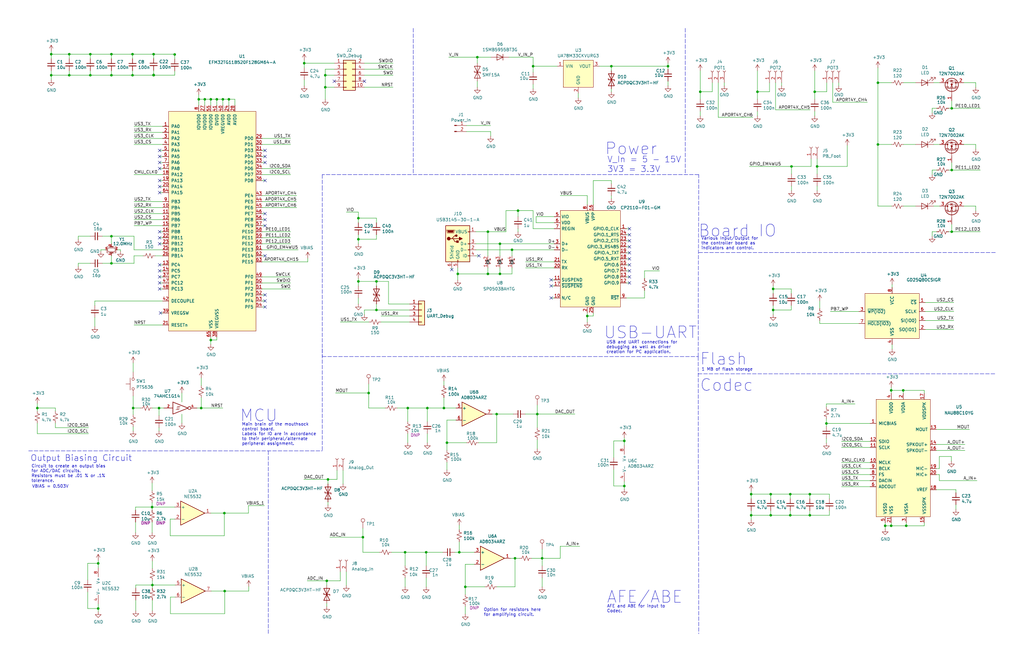
<source format=kicad_sch>
(kicad_sch (version 20211123) (generator eeschema)
  (paper "B")
  (junction (at 137.16 31.75))
  (junction (at 401.32 45.72))
  (junction (at 209.423 174.752))
  (junction (at 326.009 130.81))
  (junction (at 341.503 208.534))
  (junction (at 84.836 172.212))
  (junction (at 348.488 178.689))
  (junction (at 29.21 22.86))
  (junction (at 333.248 217.424))
  (junction (at 210.82 102.87))
  (junction (at 380.873 164.719))
  (junction (at 64.77 31.75))
  (junction (at 370.205 34.925))
  (junction (at 171.958 172.212))
  (junction (at 324.993 208.534))
  (junction (at 179.705 233.045))
  (junction (at 86.36 41.91))
  (junction (at 153.035 226.695))
  (junction (at 73.66 22.987))
  (junction (at 401.32 71.755))
  (junction (at 67.056 172.212))
  (junction (at 96.52 41.91))
  (junction (at 226.568 174.752))
  (junction (at 91.44 41.91))
  (junction (at 180.213 172.212))
  (junction (at 64.77 22.86))
  (junction (at 201.295 24.13))
  (junction (at 21.59 31.75))
  (junction (at 228.6 235.585))
  (junction (at 46.99 31.75))
  (junction (at 158.75 118.745))
  (junction (at 38.1 22.86))
  (junction (at 205.74 97.79))
  (junction (at 41.402 237.744))
  (junction (at 193.675 233.045))
  (junction (at 196.215 247.65))
  (junction (at 64.135 213.995))
  (junction (at 341.503 217.424))
  (junction (at 151.13 118.745))
  (junction (at 128.27 26.67))
  (junction (at 137.16 36.83))
  (junction (at 38.1 31.75))
  (junction (at 401.32 97.79))
  (junction (at 93.98 41.91))
  (junction (at 382.143 221.869))
  (junction (at 94.742 249.428))
  (junction (at 316.738 208.534))
  (junction (at 263.271 186.055))
  (junction (at 151.13 92.075))
  (junction (at 375.793 221.869))
  (junction (at 46.99 111.125))
  (junction (at 373.253 221.869))
  (junction (at 370.205 60.96))
  (junction (at 343.535 38.735))
  (junction (at 88.9 41.91))
  (junction (at 15.748 172.212))
  (junction (at 151.13 100.965))
  (junction (at 155.448 165.862))
  (junction (at 46.99 99.695))
  (junction (at 56.134 172.212))
  (junction (at 158.75 130.81))
  (junction (at 218.44 88.9))
  (junction (at 29.21 31.75))
  (junction (at 188.468 186.817))
  (junction (at 316.738 217.424))
  (junction (at 64.262 246.888))
  (junction (at 21.59 22.86))
  (junction (at 263.271 205.105))
  (junction (at 138.303 202.311))
  (junction (at 193.04 115.57))
  (junction (at 55.88 31.75))
  (junction (at 94.615 216.535))
  (junction (at 170.815 233.045))
  (junction (at 210.82 115.57))
  (junction (at 64.77 31.623))
  (junction (at 55.88 22.86))
  (junction (at 247.65 133.35))
  (junction (at 217.17 235.585))
  (junction (at 88.9 143.51))
  (junction (at 41.402 256.794))
  (junction (at 215.9 105.41))
  (junction (at 344.551 70.231))
  (junction (at 46.99 22.86))
  (junction (at 295.275 38.735))
  (junction (at 83.82 41.91))
  (junction (at 326.009 121.92))
  (junction (at 319.405 38.735))
  (junction (at 333.248 208.534))
  (junction (at 375.793 164.719))
  (junction (at 324.993 217.424))
  (junction (at 333.756 70.231))
  (junction (at 187.198 172.212))
  (junction (at 137.795 245.11))
  (junction (at 205.74 115.57))
  (junction (at 281.686 27.94))
  (junction (at 224.79 27.94))
  (junction (at 257.81 27.94))
  (no_connect (at 67.31 97.79))
  (no_connect (at 232.41 118.11))
  (no_connect (at 232.41 120.65))
  (no_connect (at 111.76 107.95))
  (no_connect (at 140.97 34.29))
  (no_connect (at 190.5 113.792))
  (no_connect (at 232.41 125.73))
  (no_connect (at 201.93 107.95))
  (no_connect (at 67.31 121.92))
  (no_connect (at 67.31 119.38))
  (no_connect (at 67.31 116.84))
  (no_connect (at 67.31 111.76))
  (no_connect (at 67.31 114.3))
  (no_connect (at 111.76 63.5))
  (no_connect (at 111.76 66.04))
  (no_connect (at 111.76 68.58))
  (no_connect (at 67.31 81.28))
  (no_connect (at 67.31 78.74))
  (no_connect (at 67.31 76.2))
  (no_connect (at 265.43 116.84))
  (no_connect (at 265.43 119.38))
  (no_connect (at 265.43 101.6))
  (no_connect (at 265.43 104.14))
  (no_connect (at 265.43 114.3))
  (no_connect (at 265.43 111.76))
  (no_connect (at 265.43 109.22))
  (no_connect (at 265.43 106.68))
  (no_connect (at 265.43 96.52))
  (no_connect (at 265.43 99.06))
  (no_connect (at 67.31 100.33))
  (no_connect (at 111.76 129.54))
  (no_connect (at 111.76 90.17))
  (no_connect (at 111.76 92.71))
  (no_connect (at 111.76 95.25))
  (no_connect (at 111.76 127))
  (no_connect (at 111.76 124.46))
  (no_connect (at 67.691 132.08))
  (no_connect (at 111.76 76.2))
  (no_connect (at 67.31 102.87))
  (no_connect (at 153.67 34.29))
  (no_connect (at 67.31 68.58))
  (no_connect (at 67.31 63.5))
  (no_connect (at 67.31 66.04))
  (no_connect (at 67.31 71.12))
  (wire (pts (xy 67.31 111.76) (xy 68.58 111.76)))
  (wire (pts (xy 376.174 147.32) (xy 376.174 145.415)))
  (wire (pts (xy 281.686 27.94) (xy 281.686 29.21)))
  (wire (pts (xy 122.555 119.38) (xy 110.49 119.38)))
  (wire (pts (xy 366.903 200.279) (xy 354.838 200.279)))
  (wire (pts (xy 122.555 100.33) (xy 110.49 100.33)))
  (wire (pts (xy 224.79 27.94) (xy 234.95 27.94)))
  (wire (pts (xy 110.49 66.04) (xy 111.76 66.04)))
  (wire (pts (xy 394.843 200.279) (xy 396.113 200.279)))
  (wire (pts (xy 71.882 251.968) (xy 73.8632 251.968)))
  (wire (pts (xy 55.88 24.765) (xy 55.88 22.86)))
  (wire (pts (xy 257.81 27.94) (xy 281.686 27.94)))
  (wire (pts (xy 324.485 34.925) (xy 324.485 38.735)))
  (wire (pts (xy 56.515 53.34) (xy 68.58 53.34)))
  (wire (pts (xy 36.957 256.794) (xy 41.402 256.794)))
  (wire (pts (xy 84.836 172.212) (xy 93.98 172.212)))
  (wire (pts (xy 68.58 87.63) (xy 56.515 87.63)))
  (wire (pts (xy 171.958 183.007) (xy 171.958 186.817)))
  (wire (pts (xy 300.355 34.925) (xy 300.355 38.735)))
  (wire (pts (xy 265.43 109.22) (xy 264.16 109.22)))
  (wire (pts (xy 215.9 105.41) (xy 233.68 105.41)))
  (wire (pts (xy 122.555 102.87) (xy 110.49 102.87)))
  (wire (pts (xy 171.958 172.212) (xy 180.213 172.212)))
  (wire (pts (xy 403.098 206.629) (xy 403.098 207.899)))
  (wire (pts (xy 389.763 165.989) (xy 389.763 164.719)))
  (wire (pts (xy 187.198 172.212) (xy 187.198 167.767)))
  (wire (pts (xy 324.993 217.424) (xy 324.993 215.519)))
  (wire (pts (xy 88.9 143.51) (xy 91.44 143.51)))
  (wire (pts (xy 258.826 205.105) (xy 263.271 205.105)))
  (wire (pts (xy 189.23 24.13) (xy 201.295 24.13)))
  (wire (pts (xy 192.278 177.292) (xy 188.468 177.292)))
  (wire (pts (xy 327.025 46.355) (xy 341.63 46.355)))
  (wire (pts (xy 344.551 80.391) (xy 344.551 78.486)))
  (wire (pts (xy 348.615 38.735) (xy 343.535 38.735)))
  (wire (pts (xy 104.775 213.36) (xy 104.775 216.535)))
  (wire (pts (xy 228.6 235.585) (xy 228.6 238.76)))
  (wire (pts (xy 396.113 200.279) (xy 396.113 202.819)))
  (wire (pts (xy 193.675 223.52) (xy 193.675 221.615)))
  (wire (pts (xy 265.43 106.68) (xy 264.16 106.68)))
  (wire (pts (xy 67.31 76.2) (xy 68.58 76.2)))
  (wire (pts (xy 155.448 165.862) (xy 141.478 165.862)))
  (wire (pts (xy 94.742 258.953) (xy 94.742 249.428)))
  (wire (pts (xy 343.535 38.735) (xy 343.535 41.91)))
  (wire (pts (xy 329.565 34.925) (xy 329.565 36.195)))
  (wire (pts (xy 83.82 41.91) (xy 83.82 44.45)))
  (wire (pts (xy 265.43 101.6) (xy 264.16 101.6)))
  (wire (pts (xy 91.44 44.45) (xy 91.44 41.91)))
  (wire (pts (xy 64.262 246.888) (xy 73.8632 246.888)))
  (wire (pts (xy 341.503 215.519) (xy 341.503 217.424)))
  (wire (pts (xy 55.88 31.75) (xy 46.99 31.75)))
  (wire (pts (xy 68.58 137.16) (xy 56.515 137.16)))
  (wire (pts (xy 170.815 233.045) (xy 165.1 233.045)))
  (wire (pts (xy 196.723 52.959) (xy 206.883 52.959)))
  (wire (pts (xy 200.025 238.125) (xy 196.215 238.125)))
  (wire (pts (xy 236.22 235.585) (xy 236.22 230.505)))
  (wire (pts (xy 326.009 130.81) (xy 333.629 130.81)))
  (wire (pts (xy 215.9 115.57) (xy 215.9 113.03)))
  (wire (pts (xy 224.79 35.56) (xy 224.79 37.465)))
  (wire (pts (xy 319.405 38.735) (xy 319.405 41.91)))
  (wire (pts (xy 93.98 44.45) (xy 93.98 41.91)))
  (wire (pts (xy 316.738 217.424) (xy 316.738 219.329)))
  (wire (pts (xy 21.59 22.86) (xy 29.21 22.86)))
  (wire (pts (xy 264.16 125.73) (xy 271.78 125.73)))
  (wire (pts (xy 160.02 233.045) (xy 153.035 233.045)))
  (wire (pts (xy 210.82 102.87) (xy 210.82 107.95)))
  (wire (pts (xy 345.694 136.525) (xy 345.694 135.255)))
  (wire (pts (xy 228.6 243.84) (xy 228.6 247.65)))
  (wire (pts (xy 15.748 172.212) (xy 15.748 170.307)))
  (wire (pts (xy 122.555 73.66) (xy 110.49 73.66)))
  (wire (pts (xy 104.902 249.428) (xy 104.902 247.523)))
  (wire (pts (xy 104.775 213.36) (xy 111.506 213.36)))
  (wire (pts (xy 67.31 68.58) (xy 68.58 68.58)))
  (wire (pts (xy 64.262 253.238) (xy 64.262 257.683)))
  (wire (pts (xy 326.009 121.92) (xy 326.009 120.65)))
  (wire (pts (xy 180.213 172.212) (xy 180.213 177.927)))
  (wire (pts (xy 316.738 217.424) (xy 324.993 217.424)))
  (wire (pts (xy 153.67 36.83) (xy 165.735 36.83)))
  (wire (pts (xy 188.468 177.292) (xy 188.468 186.817)))
  (wire (pts (xy 401.32 42.545) (xy 401.32 45.72)))
  (wire (pts (xy 316.738 217.424) (xy 316.738 215.519)))
  (wire (pts (xy 233.68 91.44) (xy 226.06 91.44)))
  (wire (pts (xy 122.555 121.92) (xy 110.49 121.92)))
  (wire (pts (xy 64.77 31.623) (xy 64.77 31.75)))
  (wire (pts (xy 151.13 89.535) (xy 151.13 92.075)))
  (wire (pts (xy 110.49 95.25) (xy 111.76 95.25)))
  (wire (pts (xy 110.49 105.41) (xy 125.73 105.41)))
  (wire (pts (xy 73.66 31.75) (xy 73.66 29.972)))
  (wire (pts (xy 146.05 241.3) (xy 146.05 247.015)))
  (wire (pts (xy 56.515 105.41) (xy 56.515 99.695)))
  (wire (pts (xy 193.04 115.57) (xy 205.74 115.57)))
  (wire (pts (xy 57.15 215.265) (xy 57.15 213.995)))
  (wire (pts (xy 41.402 236.474) (xy 41.402 237.744)))
  (wire (pts (xy 380.873 164.719) (xy 375.793 164.719)))
  (wire (pts (xy 73.66 22.86) (xy 64.77 22.86)))
  (wire (pts (xy 401.32 45.72) (xy 400.05 45.72)))
  (wire (pts (xy 171.958 177.927) (xy 171.958 172.212)))
  (wire (pts (xy 224.79 24.13) (xy 214.63 24.13)))
  (wire (pts (xy 151.13 100.965) (xy 151.13 102.87)))
  (wire (pts (xy 326.009 121.92) (xy 333.629 121.92)))
  (wire (pts (xy 396.24 86.995) (xy 393.7 86.995)))
  (wire (pts (xy 15.748 173.482) (xy 15.748 172.212)))
  (polyline (pts (xy 135.89 147.193) (xy 135.89 190.246)))
  (wire (pts (xy 142.113 202.311) (xy 142.113 198.501)))
  (wire (pts (xy 295.275 48.895) (xy 295.275 46.99)))
  (wire (pts (xy 56.515 85.09) (xy 68.58 85.09)))
  (wire (pts (xy 401.32 68.58) (xy 401.32 71.755)))
  (wire (pts (xy 375.92 60.96) (xy 370.205 60.96)))
  (wire (pts (xy 50.8 105.41) (xy 50.8 106.045)))
  (wire (pts (xy 67.31 66.04) (xy 68.58 66.04)))
  (wire (pts (xy 73.66 22.987) (xy 73.66 22.86)))
  (wire (pts (xy 33.02 99.695) (xy 38.1 99.695)))
  (wire (pts (xy 232.41 125.73) (xy 233.68 125.73)))
  (wire (pts (xy 205.74 97.79) (xy 213.36 97.79)))
  (wire (pts (xy 380.873 165.989) (xy 380.873 164.719)))
  (wire (pts (xy 46.99 31.75) (xy 38.1 31.75)))
  (wire (pts (xy 64.135 203.835) (xy 64.135 207.01)))
  (wire (pts (xy 257.81 37.465) (xy 257.81 38.735)))
  (wire (pts (xy 163.83 128.27) (xy 172.72 128.27)))
  (wire (pts (xy 46.99 99.695) (xy 46.99 102.87)))
  (wire (pts (xy 366.903 186.309) (xy 354.838 186.309)))
  (wire (pts (xy 226.06 93.98) (xy 233.68 93.98)))
  (wire (pts (xy 172.72 130.81) (xy 158.75 130.81)))
  (wire (pts (xy 390.144 139.065) (xy 402.209 139.065)))
  (wire (pts (xy 401.32 71.755) (xy 400.05 71.755)))
  (wire (pts (xy 163.83 118.745) (xy 163.83 128.27)))
  (wire (pts (xy 406.4 86.995) (xy 411.48 86.995)))
  (wire (pts (xy 55.88 22.86) (xy 64.77 22.86)))
  (wire (pts (xy 396.113 192.659) (xy 396.113 197.739)))
  (wire (pts (xy 213.36 97.79) (xy 213.36 88.9)))
  (wire (pts (xy 411.48 86.995) (xy 411.48 88.9)))
  (wire (pts (xy 67.31 116.84) (xy 68.58 116.84)))
  (wire (pts (xy 188.468 195.072) (xy 188.468 198.247)))
  (wire (pts (xy 401.32 97.79) (xy 413.385 97.79)))
  (wire (pts (xy 188.468 186.817) (xy 196.723 186.817)))
  (wire (pts (xy 366.903 178.689) (xy 348.488 178.689)))
  (wire (pts (xy 42.545 105.41) (xy 42.545 106.045)))
  (wire (pts (xy 324.993 208.534) (xy 324.993 210.439)))
  (wire (pts (xy 146.05 89.535) (xy 151.13 89.535)))
  (wire (pts (xy 394.97 71.755) (xy 393.065 71.755)))
  (wire (pts (xy 57.277 248.158) (xy 57.277 246.888)))
  (wire (pts (xy 224.79 27.94) (xy 224.79 30.48)))
  (wire (pts (xy 271.78 114.3) (xy 271.78 117.475)))
  (wire (pts (xy 64.135 212.09) (xy 64.135 213.995)))
  (wire (pts (xy 138.303 211.836) (xy 138.303 213.106)))
  (wire (pts (xy 357.251 70.231) (xy 357.251 61.341)))
  (wire (pts (xy 215.9 105.41) (xy 215.9 107.95)))
  (wire (pts (xy 265.43 116.84) (xy 264.16 116.84)))
  (wire (pts (xy 64.262 244.983) (xy 64.262 246.888)))
  (wire (pts (xy 138.303 202.311) (xy 128.143 202.311)))
  (wire (pts (xy 191.77 233.045) (xy 193.675 233.045)))
  (wire (pts (xy 316.738 208.534) (xy 316.738 210.439)))
  (wire (pts (xy 140.97 31.75) (xy 137.16 31.75)))
  (wire (pts (xy 165.735 26.67) (xy 153.67 26.67)))
  (wire (pts (xy 345.694 136.525) (xy 362.204 136.525)))
  (wire (pts (xy 122.555 71.12) (xy 110.49 71.12)))
  (wire (pts (xy 158.75 130.81) (xy 153.67 130.81)))
  (wire (pts (xy 394.97 97.79) (xy 393.065 97.79)))
  (wire (pts (xy 265.43 104.14) (xy 264.16 104.14)))
  (wire (pts (xy 88.9 44.45) (xy 88.9 41.91)))
  (wire (pts (xy 366.903 195.199) (xy 354.838 195.199)))
  (wire (pts (xy 137.795 245.11) (xy 129.54 245.11)))
  (polyline (pts (xy 294.64 106.553) (xy 419.735 106.553)))
  (wire (pts (xy 110.49 85.09) (xy 125.095 85.09)))
  (wire (pts (xy 179.705 233.045) (xy 179.705 238.76)))
  (wire (pts (xy 193.675 233.045) (xy 200.025 233.045)))
  (wire (pts (xy 302.895 49.53) (xy 302.895 34.925)))
  (wire (pts (xy 402.209 131.445) (xy 390.144 131.445)))
  (wire (pts (xy 128.27 26.67) (xy 128.27 28.575)))
  (wire (pts (xy 151.13 100.965) (xy 158.75 100.965)))
  (wire (pts (xy 56.515 95.25) (xy 68.58 95.25)))
  (wire (pts (xy 236.22 230.505) (xy 244.475 230.505)))
  (wire (pts (xy 99.06 41.91) (xy 96.52 41.91)))
  (wire (pts (xy 396.24 34.925) (xy 393.7 34.925)))
  (wire (pts (xy 110.49 92.71) (xy 111.76 92.71)))
  (wire (pts (xy 327.025 34.925) (xy 327.025 46.355)))
  (wire (pts (xy 341.503 217.424) (xy 349.758 217.424)))
  (wire (pts (xy 21.59 31.75) (xy 29.21 31.75)))
  (wire (pts (xy 375.793 164.719) (xy 375.793 165.989)))
  (wire (pts (xy 23.368 173.482) (xy 23.368 172.212)))
  (wire (pts (xy 46.99 31.75) (xy 46.99 29.845)))
  (wire (pts (xy 89.1032 249.428) (xy 94.742 249.428)))
  (wire (pts (xy 396.113 202.819) (xy 411.988 202.819)))
  (wire (pts (xy 128.27 25.4) (xy 128.27 26.67)))
  (wire (pts (xy 94.742 249.428) (xy 104.902 249.428)))
  (wire (pts (xy 373.253 221.869) (xy 375.793 221.869)))
  (wire (pts (xy 200.66 102.87) (xy 210.82 102.87)))
  (wire (pts (xy 201.295 24.13) (xy 207.01 24.13)))
  (wire (pts (xy 376.174 120.015) (xy 376.174 121.285)))
  (polyline (pts (xy 294.64 73.66) (xy 135.89 73.66)))
  (wire (pts (xy 110.49 68.58) (xy 111.76 68.58)))
  (wire (pts (xy 23.368 178.562) (xy 23.368 180.467)))
  (wire (pts (xy 64.77 31.623) (xy 64.77 29.718)))
  (wire (pts (xy 110.49 90.17) (xy 111.76 90.17)))
  (wire (pts (xy 217.17 235.585) (xy 215.265 235.585)))
  (wire (pts (xy 333.629 121.92) (xy 333.629 123.825)))
  (wire (pts (xy 96.52 41.91) (xy 93.98 41.91)))
  (wire (pts (xy 295.275 38.735) (xy 295.275 41.91)))
  (wire (pts (xy 33.02 111.125) (xy 38.1 111.125)))
  (wire (pts (xy 370.205 34.925) (xy 370.205 28.575)))
  (wire (pts (xy 38.1 31.75) (xy 38.1 29.845)))
  (wire (pts (xy 258.826 186.055) (xy 258.826 193.04)))
  (wire (pts (xy 232.41 120.65) (xy 233.68 120.65)))
  (wire (pts (xy 333.248 217.424) (xy 341.503 217.424)))
  (wire (pts (xy 324.993 208.534) (xy 333.248 208.534)))
  (wire (pts (xy 151.13 117.475) (xy 151.13 118.745)))
  (wire (pts (xy 226.568 174.752) (xy 242.443 174.752)))
  (wire (pts (xy 43.18 99.695) (xy 46.99 99.695)))
  (wire (pts (xy 99.06 44.45) (xy 99.06 41.91)))
  (wire (pts (xy 137.16 31.75) (xy 137.16 36.83)))
  (wire (pts (xy 151.13 92.075) (xy 151.13 93.98)))
  (wire (pts (xy 64.135 213.995) (xy 64.135 215.265)))
  (wire (pts (xy 110.49 76.2) (xy 111.76 76.2)))
  (wire (pts (xy 110.49 63.5) (xy 111.76 63.5)))
  (wire (pts (xy 179.705 243.84) (xy 179.705 247.65)))
  (wire (pts (xy 348.488 178.689) (xy 348.488 179.959)))
  (wire (pts (xy 250.19 86.36) (xy 250.19 76.2)))
  (wire (pts (xy 389.763 220.599) (xy 389.763 221.869)))
  (wire (pts (xy 64.262 246.888) (xy 64.262 248.158)))
  (wire (pts (xy 243.84 41.275) (xy 243.84 39.37)))
  (wire (pts (xy 137.16 29.21) (xy 137.16 31.75)))
  (wire (pts (xy 38.1 31.75) (xy 29.21 31.75)))
  (wire (pts (xy 165.735 29.21) (xy 153.67 29.21)))
  (wire (pts (xy 153.035 233.045) (xy 153.035 226.695)))
  (wire (pts (xy 41.402 254.889) (xy 41.402 256.794)))
  (wire (pts (xy 281.686 34.29) (xy 281.686 36.195)))
  (wire (pts (xy 362.204 131.445) (xy 350.139 131.445)))
  (wire (pts (xy 258.826 198.12) (xy 258.826 205.105)))
  (wire (pts (xy 201.295 34.29) (xy 201.295 36.83)))
  (wire (pts (xy 88.9 142.24) (xy 88.9 143.51)))
  (wire (pts (xy 250.19 76.2) (xy 257.81 76.2)))
  (wire (pts (xy 110.49 129.54) (xy 111.76 129.54)))
  (wire (pts (xy 247.65 133.35) (xy 247.65 135.89)))
  (wire (pts (xy 158.75 100.965) (xy 158.75 99.06)))
  (wire (pts (xy 209.423 174.752) (xy 216.408 174.752)))
  (wire (pts (xy 411.48 60.96) (xy 411.48 62.865)))
  (wire (pts (xy 263.271 203.2) (xy 263.271 205.105)))
  (wire (pts (xy 94.615 216.535) (xy 104.775 216.535)))
  (wire (pts (xy 128.27 26.67) (xy 140.97 26.67)))
  (wire (pts (xy 68.58 92.71) (xy 56.515 92.71)))
  (wire (pts (xy 226.568 174.752) (xy 226.568 170.942)))
  (wire (pts (xy 200.66 105.41) (xy 215.9 105.41)))
  (wire (pts (xy 67.31 63.5) (xy 68.58 63.5)))
  (wire (pts (xy 396.24 60.96) (xy 393.7 60.96)))
  (wire (pts (xy 403.098 212.979) (xy 403.098 214.884)))
  (wire (pts (xy 386.08 60.96) (xy 381 60.96)))
  (polyline (pts (xy 135.89 78.74) (xy 135.89 150.495)))
  (wire (pts (xy 29.21 31.75) (xy 29.21 29.845)))
  (wire (pts (xy 46.99 111.125) (xy 56.515 111.125)))
  (wire (pts (xy 217.17 247.65) (xy 217.17 235.585)))
  (wire (pts (xy 71.882 258.953) (xy 94.742 258.953)))
  (wire (pts (xy 83.058 172.212) (xy 84.836 172.212)))
  (wire (pts (xy 393.065 71.755) (xy 393.065 73.66)))
  (wire (pts (xy 41.402 237.744) (xy 41.402 239.649)))
  (wire (pts (xy 73.66 24.892) (xy 73.66 22.987)))
  (wire (pts (xy 258.826 186.055) (xy 263.271 186.055)))
  (wire (pts (xy 151.13 92.075) (xy 158.75 92.075)))
  (wire (pts (xy 55.88 31.75) (xy 64.77 31.75)))
  (wire (pts (xy 49.53 105.41) (xy 50.8 105.41)))
  (wire (pts (xy 196.215 238.125) (xy 196.215 247.65)))
  (wire (pts (xy 55.88 22.86) (xy 46.99 22.86)))
  (wire (pts (xy 86.36 41.91) (xy 83.82 41.91)))
  (wire (pts (xy 333.756 70.231) (xy 333.756 73.406)))
  (wire (pts (xy 56.515 58.42) (xy 68.58 58.42)))
  (wire (pts (xy 210.82 113.03) (xy 210.82 115.57)))
  (wire (pts (xy 326.009 130.81) (xy 326.009 132.715)))
  (wire (pts (xy 142.113 202.311) (xy 138.303 202.311)))
  (wire (pts (xy 228.6 235.585) (xy 228.6 231.775)))
  (wire (pts (xy 76.708 165.862) (xy 76.708 169.672)))
  (wire (pts (xy 110.49 107.95) (xy 111.76 107.95)))
  (wire (pts (xy 180.213 183.007) (xy 180.213 186.817)))
  (polyline (pts (xy 294.386 157.734) (xy 419.862 157.734)))
  (wire (pts (xy 110.49 127) (xy 111.76 127)))
  (wire (pts (xy 252.73 27.94) (xy 257.81 27.94)))
  (wire (pts (xy 36.957 237.744) (xy 41.402 237.744)))
  (wire (pts (xy 15.748 183.007) (xy 37.338 183.007)))
  (wire (pts (xy 83.82 40.005) (xy 83.82 41.91)))
  (wire (pts (xy 38.1 22.86) (xy 29.21 22.86)))
  (wire (pts (xy 316.738 207.264) (xy 316.738 208.534)))
  (wire (pts (xy 129.794 110.49) (xy 110.49 110.49)))
  (wire (pts (xy 353.695 34.925) (xy 353.695 36.195)))
  (wire (pts (xy 386.08 86.995) (xy 381 86.995)))
  (wire (pts (xy 201.803 186.817) (xy 209.423 186.817)))
  (wire (pts (xy 71.755 226.06) (xy 94.615 226.06)))
  (wire (pts (xy 67.31 114.3) (xy 68.58 114.3)))
  (wire (pts (xy 326.009 128.905) (xy 326.009 130.81)))
  (wire (pts (xy 333.248 217.424) (xy 333.248 215.519)))
  (wire (pts (xy 33.02 100.965) (xy 33.02 99.695)))
  (wire (pts (xy 401.32 71.755) (xy 413.385 71.755)))
  (wire (pts (xy 67.31 119.38) (xy 68.58 119.38)))
  (wire (pts (xy 315.976 70.231) (xy 333.756 70.231)))
  (wire (pts (xy 122.555 97.79) (xy 110.49 97.79)))
  (wire (pts (xy 218.44 88.9) (xy 218.44 91.44)))
  (wire (pts (xy 209.423 186.817) (xy 209.423 174.752)))
  (wire (pts (xy 345.694 127) (xy 345.694 130.175)))
  (wire (pts (xy 344.551 67.056) (xy 344.551 70.231)))
  (wire (pts (xy 67.31 102.87) (xy 68.58 102.87)))
  (wire (pts (xy 143.51 245.11) (xy 137.795 245.11)))
  (wire (pts (xy 33.02 112.395) (xy 33.02 111.125)))
  (wire (pts (xy 40.005 133.985) (xy 40.005 137.795)))
  (wire (pts (xy 56.134 167.132) (xy 56.134 172.212)))
  (wire (pts (xy 193.675 233.045) (xy 193.675 228.6)))
  (wire (pts (xy 265.43 96.52) (xy 264.16 96.52)))
  (wire (pts (xy 64.135 220.345) (xy 64.135 224.79)))
  (wire (pts (xy 221.615 113.03) (xy 233.68 113.03)))
  (wire (pts (xy 64.135 213.995) (xy 73.66 213.995)))
  (wire (pts (xy 110.49 60.96) (xy 122.555 60.96)))
  (wire (pts (xy 247.65 82.55) (xy 247.65 86.36)))
  (wire (pts (xy 155.448 165.862) (xy 155.448 162.052)))
  (wire (pts (xy 218.44 96.52) (xy 218.44 97.79)))
  (wire (pts (xy 224.79 27.94) (xy 224.79 24.13)))
  (wire (pts (xy 210.82 115.57) (xy 215.9 115.57)))
  (wire (pts (xy 221.615 110.49) (xy 233.68 110.49)))
  (wire (pts (xy 64.135 213.995) (xy 57.15 213.995)))
  (wire (pts (xy 257.81 76.2) (xy 257.81 77.47)))
  (wire (pts (xy 110.49 87.63) (xy 125.095 87.63)))
  (wire (pts (xy 319.405 38.735) (xy 319.405 29.845)))
  (wire (pts (xy 265.43 119.38) (xy 264.16 119.38)))
  (polyline (pts (xy 135.89 73.66) (xy 135.89 78.74)))
  (wire (pts (xy 324.485 38.735) (xy 319.405 38.735)))
  (wire (pts (xy 56.134 172.212) (xy 56.134 175.006)))
  (wire (pts (xy 302.895 49.53) (xy 317.5 49.53)))
  (wire (pts (xy 86.36 44.45) (xy 86.36 41.91)))
  (wire (pts (xy 271.78 114.3) (xy 278.13 114.3)))
  (wire (pts (xy 36.957 249.809) (xy 36.957 256.794)))
  (wire (pts (xy 375.793 220.599) (xy 375.793 221.869)))
  (wire (pts (xy 406.4 60.96) (xy 411.48 60.96)))
  (wire (pts (xy 43.18 111.125) (xy 46.99 111.125)))
  (wire (pts (xy 40.005 127) (xy 40.005 128.905)))
  (wire (pts (xy 151.13 118.745) (xy 158.75 118.745)))
  (wire (pts (xy 56.515 107.95) (xy 60.325 107.95)))
  (wire (pts (xy 375.793 163.449) (xy 375.793 164.719)))
  (wire (pts (xy 394.843 187.579) (xy 406.908 187.579)))
  (wire (pts (xy 138.303 202.311) (xy 138.303 204.216)))
  (wire (pts (xy 205.74 115.57) (xy 210.82 115.57)))
  (wire (pts (xy 206.883 57.404) (xy 206.883 55.499)))
  (wire (pts (xy 411.48 34.925) (xy 411.48 36.83)))
  (wire (pts (xy 143.51 135.89) (xy 155.575 135.89)))
  (wire (pts (xy 370.205 86.995) (xy 375.92 86.995)))
  (wire (pts (xy 128.27 36.195) (xy 128.27 33.655)))
  (wire (pts (xy 15.748 178.562) (xy 15.748 183.007)))
  (wire (pts (xy 56.134 153.162) (xy 56.134 156.972)))
  (wire (pts (xy 402.209 135.255) (xy 390.144 135.255)))
  (wire (pts (xy 21.59 22.86) (xy 21.59 24.765)))
  (wire (pts (xy 64.262 172.212) (xy 67.056 172.212)))
  (wire (pts (xy 158.75 128.27) (xy 158.75 130.81)))
  (wire (pts (xy 64.77 22.86) (xy 64.77 24.638)))
  (wire (pts (xy 84.836 159.512) (xy 84.836 162.687)))
  (wire (pts (xy 170.815 233.045) (xy 179.705 233.045)))
  (wire (pts (xy 343.535 48.895) (xy 343.535 46.99)))
  (wire (pts (xy 209.423 174.752) (xy 207.518 174.752)))
  (wire (pts (xy 56.515 111.125) (xy 56.515 107.95)))
  (wire (pts (xy 71.755 219.075) (xy 71.755 226.06)))
  (wire (pts (xy 209.55 247.65) (xy 217.17 247.65)))
  (wire (pts (xy 68.58 55.88) (xy 56.515 55.88)))
  (wire (pts (xy 257.81 27.94) (xy 257.81 29.845)))
  (wire (pts (xy 390.144 127.635) (xy 402.209 127.635)))
  (polyline (pts (xy 294.386 150.495) (xy 294.64 267.462)))
  (wire (pts (xy 348.488 171.704) (xy 348.488 170.434)))
  (wire (pts (xy 403.098 206.629) (xy 394.843 206.629)))
  (wire (pts (xy 263.271 186.055) (xy 263.271 187.96)))
  (wire (pts (xy 137.795 254.635) (xy 137.795 255.905)))
  (wire (pts (xy 394.97 45.72) (xy 393.065 45.72)))
  (wire (pts (xy 247.65 132.08) (xy 247.65 133.35)))
  (wire (pts (xy 396.113 192.659) (xy 401.193 192.659)))
  (wire (pts (xy 144.653 198.501) (xy 144.653 204.216)))
  (wire (pts (xy 265.43 114.3) (xy 264.16 114.3)))
  (wire (pts (xy 349.758 217.424) (xy 349.758 215.519)))
  (wire (pts (xy 271.78 122.555) (xy 271.78 125.73)))
  (wire (pts (xy 351.155 43.18) (xy 351.155 34.925)))
  (wire (pts (xy 344.551 70.231) (xy 357.251 70.231)))
  (wire (pts (xy 153.67 130.81) (xy 153.67 132.715)))
  (wire (pts (xy 151.13 128.27) (xy 151.13 125.73)))
  (wire (pts (xy 394.843 190.119) (xy 406.908 190.119)))
  (wire (pts (xy 319.405 48.895) (xy 319.405 46.99)))
  (polyline (pts (xy 288.925 11.938) (xy 288.925 73.66)))
  (wire (pts (xy 196.723 55.499) (xy 206.883 55.499)))
  (wire (pts (xy 316.738 208.534) (xy 324.993 208.534)))
  (wire (pts (xy 205.74 113.03) (xy 205.74 115.57)))
  (polyline (pts (xy 294.386 150.495) (xy 294.64 73.66)))
  (wire (pts (xy 122.555 58.42) (xy 110.49 58.42)))
  (wire (pts (xy 224.155 235.585) (xy 228.6 235.585)))
  (wire (pts (xy 226.568 185.547) (xy 226.568 189.357)))
  (wire (pts (xy 370.205 34.925) (xy 370.205 60.96)))
  (wire (pts (xy 68.58 60.96) (xy 56.515 60.96)))
  (polyline (pts (xy 288.925 73.66) (xy 289.052 73.66)))
  (wire (pts (xy 96.52 44.45) (xy 96.52 41.91)))
  (wire (pts (xy 250.19 132.08) (xy 250.19 133.35)))
  (wire (pts (xy 129.794 108.966) (xy 129.794 110.49)))
  (wire (pts (xy 401.32 94.615) (xy 401.32 97.79)))
  (wire (pts (xy 342.011 67.056) (xy 342.011 70.231)))
  (wire (pts (xy 57.15 220.345) (xy 57.15 224.79)))
  (wire (pts (xy 21.59 31.75) (xy 21.59 33.655)))
  (wire (pts (xy 67.31 100.33) (xy 68.58 100.33)))
  (wire (pts (xy 165.735 31.75) (xy 153.67 31.75)))
  (wire (pts (xy 179.705 233.045) (xy 186.69 233.045)))
  (wire (pts (xy 67.31 78.74) (xy 68.58 78.74)))
  (wire (pts (xy 57.277 253.238) (xy 57.277 257.683)))
  (wire (pts (xy 219.075 235.585) (xy 217.17 235.585)))
  (wire (pts (xy 67.056 181.864) (xy 67.056 180.467)))
  (polyline (pts (xy 135.89 150.495) (xy 294.386 150.495)))
  (wire (pts (xy 94.615 226.06) (xy 94.615 216.535)))
  (wire (pts (xy 21.59 29.845) (xy 21.59 31.75)))
  (wire (pts (xy 40.005 127) (xy 68.58 127)))
  (wire (pts (xy 88.9 143.51) (xy 88.9 145.288)))
  (wire (pts (xy 213.36 88.9) (xy 218.44 88.9)))
  (wire (pts (xy 348.488 185.039) (xy 348.488 186.944)))
  (wire (pts (xy 295.275 38.735) (xy 295.275 29.845)))
  (wire (pts (xy 366.903 205.359) (xy 354.838 205.359)))
  (wire (pts (xy 68.58 105.41) (xy 56.515 105.41)))
  (wire (pts (xy 265.43 111.76) (xy 264.16 111.76)))
  (wire (pts (xy 64.262 236.728) (xy 64.262 239.903)))
  (wire (pts (xy 375.92 34.925) (xy 370.205 34.925)))
  (wire (pts (xy 196.215 247.65) (xy 204.47 247.65)))
  (wire (pts (xy 389.763 164.719) (xy 380.873 164.719)))
  (wire (pts (xy 44.45 105.41) (xy 42.545 105.41)))
  (wire (pts (xy 393.065 97.79) (xy 393.065 99.695)))
  (wire (pts (xy 342.011 70.231) (xy 333.756 70.231)))
  (wire (pts (xy 110.49 124.46) (xy 111.76 124.46)))
  (wire (pts (xy 153.035 226.695) (xy 153.035 222.885)))
  (wire (pts (xy 326.009 121.92) (xy 326.009 123.825)))
  (wire (pts (xy 180.213 172.212) (xy 187.198 172.212)))
  (wire (pts (xy 366.903 188.849) (xy 354.838 188.849)))
  (wire (pts (xy 110.49 82.55) (xy 125.095 82.55)))
  (polyline (pts (xy 12.065 190.246) (xy 135.89 190.246)))
  (wire (pts (xy 67.056 172.212) (xy 69.088 172.212)))
  (wire (pts (xy 193.04 115.57) (xy 193.04 118.11)))
  (wire (pts (xy 196.215 247.65) (xy 196.215 250.825)))
  (wire (pts (xy 188.468 186.817) (xy 188.468 189.992)))
  (wire (pts (xy 386.08 34.925) (xy 381 34.925)))
  (wire (pts (xy 21.59 22.86) (xy 21.59 21.59)))
  (wire (pts (xy 351.155 43.18) (xy 365.76 43.18)))
  (wire (pts (xy 348.615 34.925) (xy 348.615 38.735)))
  (wire (pts (xy 393.065 45.72) (xy 393.065 47.625)))
  (wire (pts (xy 263.271 205.105) (xy 263.271 206.375)))
  (wire (pts (xy 224.79 96.52) (xy 233.68 96.52)))
  (wire (pts (xy 91.44 142.24) (xy 91.44 143.51)))
  (wire (pts (xy 29.21 22.86) (xy 29.21 24.765)))
  (wire (pts (xy 143.51 245.11) (xy 143.51 241.3)))
  (wire (pts (xy 341.503 208.534) (xy 349.758 208.534)))
  (wire (pts (xy 46.99 107.95) (xy 46.99 111.125)))
  (wire (pts (xy 210.82 102.87) (xy 233.68 102.87)))
  (polyline (pts (xy 174.244 11.938) (xy 174.244 73.66)))
  (wire (pts (xy 218.44 88.9) (xy 224.79 88.9)))
  (wire (pts (xy 333.629 130.81) (xy 333.629 128.905)))
  (wire (pts (xy 382.143 220.599) (xy 382.143 221.869)))
  (wire (pts (xy 401.193 192.659) (xy 401.193 194.564)))
  (wire (pts (xy 46.99 24.765) (xy 46.99 22.86)))
  (wire (pts (xy 167.513 172.212) (xy 171.958 172.212)))
  (wire (pts (xy 200.66 97.79) (xy 205.74 97.79)))
  (wire (pts (xy 67.056 172.212) (xy 67.056 175.387)))
  (wire (pts (xy 228.6 235.585) (xy 236.22 235.585)))
  (wire (pts (xy 344.551 70.231) (xy 344.551 73.406)))
  (wire (pts (xy 93.98 41.91) (xy 91.44 41.91)))
  (wire (pts (xy 224.79 88.9) (xy 224.79 96.52)))
  (wire (pts (xy 401.32 97.79) (xy 400.05 97.79)))
  (wire (pts (xy 153.035 226.695) (xy 139.065 226.695)))
  (wire (pts (xy 67.31 71.12) (xy 68.58 71.12)))
  (wire (pts (xy 55.88 31.75) (xy 55.88 29.845)))
  (wire (pts (xy 348.488 176.784) (xy 348.488 178.689)))
  (wire (pts (xy 190.5 113.03) (xy 190.5 113.792)))
  (wire (pts (xy 201.295 26.67) (xy 201.295 24.13)))
  (wire (pts (xy 373.253 223.139) (xy 373.253 221.869)))
  (wire (pts (xy 160.655 135.89) (xy 172.72 135.89)))
  (wire (pts (xy 281.686 26.67) (xy 281.686 27.94)))
  (wire (pts (xy 158.75 118.745) (xy 158.75 120.65)))
  (wire (pts (xy 406.4 34.925) (xy 411.48 34.925)))
  (wire (pts (xy 236.22 82.55) (xy 247.65 82.55)))
  (wire (pts (xy 172.72 133.35) (xy 160.655 133.35)))
  (wire (pts (xy 205.74 97.79) (xy 205.74 107.95)))
  (wire (pts (xy 370.205 60.96) (xy 370.205 86.995)))
  (wire (pts (xy 366.903 197.739) (xy 354.838 197.739)))
  (wire (pts (xy 137.795 245.11) (xy 137.795 247.015)))
  (wire (pts (xy 382.143 221.869) (xy 389.763 221.869)))
  (wire (pts (xy 36.957 237.744) (xy 36.957 244.729)))
  (wire (pts (xy 64.77 31.75) (xy 73.66 31.75)))
  (wire (pts (xy 73.66 219.075) (xy 71.755 219.075)))
  (wire (pts (xy 305.435 34.925) (xy 305.435 36.195)))
  (wire (pts (xy 68.58 73.66) (xy 56.515 73.66)))
  (wire (pts (xy 265.43 99.06) (xy 264.16 99.06)))
  (wire (pts (xy 46.99 22.86) (xy 38.1 22.86)))
  (wire (pts (xy 226.568 180.467) (xy 226.568 174.752)))
  (wire (pts (xy 200.66 107.95) (xy 201.93 107.95)))
  (wire (pts (xy 71.882 251.968) (xy 71.882 258.953)))
  (wire (pts (xy 263.271 184.785) (xy 263.271 186.055)))
  (wire (pts (xy 226.06 91.44) (xy 226.06 93.98)))
  (wire (pts (xy 151.13 118.745) (xy 151.13 120.65)))
  (wire (pts (xy 221.488 174.752) (xy 226.568 174.752)))
  (wire (pts (xy 67.31 81.28) (xy 68.58 81.28)))
  (wire (pts (xy 76.708 174.752) (xy 76.708 178.562)))
  (wire (pts (xy 341.503 208.534) (xy 341.503 210.439)))
  (wire (pts (xy 333.248 208.534) (xy 333.248 210.439)))
  (wire (pts (xy 84.836 167.767) (xy 84.836 172.212)))
  (wire (pts (xy 151.13 99.06) (xy 151.13 100.965)))
  (wire (pts (xy 401.32 45.72) (xy 413.385 45.72)))
  (polyline (pts (xy 113.157 190.246) (xy 113.157 267.335)))
  (wire (pts (xy 67.31 121.92) (xy 68.58 121.92)))
  (wire (pts (xy 56.515 90.17) (xy 68.58 90.17)))
  (wire (pts (xy 140.97 36.83) (xy 137.16 36.83)))
  (wire (pts (xy 56.515 99.695) (xy 46.99 99.695)))
  (wire (pts (xy 343.535 38.735) (xy 343.535 29.845)))
  (wire (pts (xy 170.815 243.84) (xy 170.815 247.65)))
  (wire (pts (xy 122.555 116.84) (xy 110.49 116.84)))
  (wire (pts (xy 193.04 113.03) (xy 193.04 115.57)))
  (wire (pts (xy 232.41 118.11) (xy 233.68 118.11)))
  (wire (pts (xy 394.843 197.739) (xy 396.113 197.739)))
  (wire (pts (xy 348.488 170.434) (xy 360.553 170.434)))
  (wire (pts (xy 333.248 208.534) (xy 341.503 208.534)))
  (wire (pts (xy 155.448 172.212) (xy 155.448 165.862)))
  (wire (pts (xy 196.215 255.905) (xy 196.215 259.08)))
  (wire (pts (xy 94.615 216.535) (xy 88.9 216.535)))
  (wire (pts (xy 67.31 97.79) (xy 68.58 97.79)))
  (wire (pts (xy 170.815 238.76) (xy 170.815 233.045)))
  (wire (pts (xy 349.758 208.534) (xy 349.758 210.439)))
  (wire (pts (xy 41.402 256.794) (xy 41.402 258.064)))
  (wire (pts (xy 373.253 220.599) (xy 373.253 221.869)))
  (wire (pts (xy 366.903 202.819) (xy 354.838 202.819)))
  (wire (pts (xy 187.198 162.687) (xy 187.198 160.782)))
  (wire (pts (xy 158.75 118.745) (xy 163.83 118.745)))
  (wire (pts (xy 37.338 180.467) (xy 23.368 180.467)))
  (wire (pts (xy 56.134 172.212) (xy 59.182 172.212)))
  (wire (pts (xy 162.433 172.212) (xy 155.448 172.212)))
  (wire (pts (xy 38.1 24.765) (xy 38.1 22.86)))
  (wire (pts (xy 382.143 221.869) (xy 375.793 221.869)))
  (wire (pts (xy 333.756 80.391) (xy 333.756 78.486)))
  (wire (pts (xy 140.97 29.21) (xy 137.16 29.21)))
  (wire (pts (xy 187.198 172.212) (xy 192.278 172.212)))
  (wire (pts (xy 88.9 41.91) (xy 86.36 41.91)))
  (wire (pts (xy 324.993 217.424) (xy 333.248 217.424)))
  (wire (pts (xy 394.843 181.229) (xy 408.813 181.229)))
  (wire (pts (xy 158.75 92.075) (xy 158.75 93.98)))
  (wire (pts (xy 23.368 172.212) (xy 15.748 172.212)))
  (wire (pts (xy 257.81 82.55) (xy 257.81 83.82)))
  (wire (pts (xy 67.691 132.08) (xy 68.58 132.08)))
  (wire (pts (xy 56.134 180.086) (xy 56.134 181.864)))
  (wire (pts (xy 137.16 36.83) (xy 137.16 41.91)))
  (wire (pts (xy 250.19 133.35) (xy 247.65 133.35)))
  (wire (pts (xy 68.58 107.95) (xy 65.405 107.95)))
  (wire (pts (xy 64.262 246.888) (xy 57.277 246.888)))
  (wire (pts (xy 300.355 38.735) (xy 295.275 38.735)))
  (wire (pts (xy 91.44 41.91) (xy 88.9 41.91)))
  (text "Various Input/Output for\nthe controller board as\nindicators and control." (at 295.656 105.537 0) (effects (font (size 1.27 1.27)) (justify left bottom)))
  (text "Option for resistors here\nfor amplifying circuit." (at 203.962 260.223 0) (effects (font (size 1.27 1.27)) (justify left bottom)))
  (text "Power" (at 255.016 65.786 0) (effects (font (size 4.98 4.98)) (justify left bottom)))
  (text "MCU" (at 101.092 178.435 0) (effects (font (size 4.98 4.98)) (justify left bottom)))
  (text "AFE/ABE" (at 255.778 255.016 0) (effects (font (size 4.98 4.98)) (justify left bottom)))
  (text "Flash\n" (at 295.021 154.559 0) (effects (font (size 4.98 4.98)) (justify left bottom)))
  (text "V_In = 5 - 15V\n3V3 = 3.3V" (at 256.032 73.025 0) (effects (font (size 2.54 2.54)) (justify left bottom)))
  (text "Main brain of the mouthsock\ncontrol board.\nLabels for IO are in accordance\nto their peripheral/alternate\nperipheral assignment." (at 101.981 188.087 0) (effects (font (size 1.27 1.27)) (justify left bottom)))
  (text "1 MB of flash storage" (at 295.783 156.718 0) (effects (font (size 1.27 1.27)) (justify left bottom)))
  (text "USB and UART connections for\ndebugging as well as driver\ncreation for PC application." (at 255.651 149.352 0) (effects (font (size 1.27 1.27)) (justify left bottom)))
  (text "Circuit to create an output bias\nfor ADC/DAC circuits.\nResistors must be .01 % or .1% \ntolerance.\n" (at 13.208 203.708 0) (effects (font (size 1.27 1.27)) (justify left bottom)))
  (text "AFE and ABE for input to\nCodec." (at 255.905 258.699 0) (effects (font (size 1.27 1.27)) (justify left bottom)))
  (text "USB-UART" (at 254.508 143.383 0) (effects (font (size 4.98 4.98)) (justify left bottom)))
  (text "Board IO" (at 294.386 100.457 0) (effects (font (size 4.98 4.98)) (justify left bottom)))
  (text "Codec" (at 295.021 165.608 0) (effects (font (size 4.98 4.98)) (justify left bottom)))
  (text "Output Biasing Circuit" (at 12.827 194.945 0) (effects (font (size 2.54 2.54)) (justify left bottom)))
  (text "VBIAS = 0.503V" (at 13.462 206.121 0) (effects (font (size 1.27 1.27)) (justify left bottom)))
  (label "US3_RX" (at 56.515 55.88 0))
  (label "DAC_OUT" (at 128.143 202.311 0))
  (label "SWO" (at 165.735 31.75 180))
  (label "US1_TX" (at 221.615 113.03 0))
  (label "A_OUT+" (at 406.908 187.579 180))
  (label "A_IN+" (at 411.988 202.819 180))
  (label "US2_CS" (at 402.209 127.635 180))
  (label "US3_CLK" (at 56.515 58.42 0))
  (label "APORT4X_CH5" (at 125.095 85.09 180))
  (label "I2C0_SCL" (at 354.838 188.849 0))
  (label "CMU_CLK0" (at 354.838 195.199 0))
  (label "SWO" (at 122.555 121.92 180))
  (label "SWCLK" (at 122.555 116.84 180))
  (label "US3_CS" (at 56.515 60.96 0))
  (label "US1_RX" (at 122.555 60.96 180))
  (label "I2C0_SDA" (at 37.338 180.467 180))
  (label "NRST" (at 56.515 137.16 0))
  (label "US1_TX" (at 143.51 135.89 0))
  (label "US2_CS" (at 56.515 92.71 0))
  (label "MOUT" (at 408.813 181.229 180))
  (label "APORT4X_CH5" (at 341.63 46.355 180))
  (label "APORT4Y_CH6" (at 125.095 87.63 180))
  (label "US2_TX" (at 56.515 85.09 0))
  (label "US2_CLK" (at 402.209 131.445 180))
  (label "US2_TX" (at 402.209 135.255 180))
  (label "I2C0_SCL" (at 122.555 73.66 180))
  (label "V_IN_P" (at 224.79 24.13 180))
  (label "PB7_WP" (at 350.139 131.445 0))
  (label "US3_RX" (at 354.838 205.359 0))
  (label "SWCLK" (at 165.735 29.21 180))
  (label "APORT4Y_CH6" (at 317.5 49.53 180))
  (label "US2_CLK" (at 56.515 90.17 0))
  (label "D-" (at 231.14 105.41 0))
  (label "VIO" (at 146.05 89.535 0))
  (label "US2_RX" (at 56.515 87.63 0))
  (label "PE11_LED2" (at 122.555 100.33 180))
  (label "VIO" (at 226.06 91.44 0))
  (label "MOUT" (at 141.478 165.862 0))
  (label "PE10_LED1" (at 413.385 45.72 180))
  (label "APORT4Y_CH4" (at 125.095 82.55 180))
  (label "A_IN+" (at 360.553 170.434 180))
  (label "SWDIO" (at 122.555 119.38 180))
  (label "APORT4X_CH15" (at 125.984 110.49 180))
  (label "US3_TX" (at 56.515 53.34 0))
  (label "APORT4Y_CH4" (at 365.76 43.18 180))
  (label "US1_RX" (at 160.655 133.35 0))
  (label "PE11_LED2" (at 413.385 71.755 180))
  (label "PE12_LED3" (at 413.385 97.79 180))
  (label "VBUS" (at 236.22 82.55 0))
  (label "US1_TX" (at 122.555 58.42 180))
  (label "US3_TX" (at 354.838 202.819 0))
  (label "I2C0_SDA" (at 354.838 186.309 0))
  (label "VIO" (at 278.13 114.3 180))
  (label "GPIO_EM4WU5" (at 125.73 105.41 180))
  (label "A_IN+" (at 244.475 230.505 180))
  (label "DAC_OUT" (at 242.443 174.752 180))
  (label "D+" (at 231.14 102.87 0))
  (label "VBIAS_1" (at 111.506 213.36 180))
  (label "NRST" (at 165.735 36.83 180))
  (label "SWDIO" (at 165.735 26.67 180))
  (label "US1_RX" (at 221.615 110.49 0))
  (label "PE10_LED1" (at 122.555 97.79 180))
  (label "I2C0_SDA" (at 122.555 71.12 180))
  (label "CMU_CLK0" (at 56.515 73.66 0))
  (label "US3_CLK" (at 354.838 197.739 0))
  (label "PE12_LED3" (at 122.555 102.87 180))
  (label "V_IN" (at 189.23 24.13 0))
  (label "V_IN" (at 206.883 52.959 180))
  (label "ADC_IN" (at 139.065 226.695 0))
  (label "US3_CS" (at 354.838 200.279 0))
  (label "ADC_IN" (at 129.54 245.11 0))
  (label "PB7_WP" (at 56.515 95.25 0))
  (label "GPIO_EM4WU5" (at 315.976 70.231 0))
  (label "NRST" (at 93.98 172.212 180))
  (label "VBUS" (at 213.36 97.79 180))
  (label "I2C0_SCL" (at 37.338 183.007 180))
  (label "A_OUT-" (at 406.908 190.119 180))
  (label "US2_RX" (at 402.209 139.065 180))
  (symbol (lib_id "Ahriman-rescue:C_Small-Device") (at 21.59 27.305 0) (unit 1)
    (property "Reference" "C1" (at 23.9268 26.1366 0) (effects (justify left)))
    (property "Value" "10u" (at 23.9268 28.448 0) (effects (justify left)))
    (property "Footprint" "Capacitor_SMD:C_0603_1608Metric" (effects hide))
  )
  (symbol (lib_id "Ahriman-rescue:C_Small-Device") (at 29.21 27.305 0) (unit 1)
    (property "Reference" "C2" (at 31.5468 26.1366 0) (effects (justify left)))
    (property "Value" "100n" (at 31.5468 28.448 0) (effects (justify left)))
    (property "Footprint" "Capacitor_SMD:C_0603_1608Metric" (effects hide))
  )
  (symbol (lib_id "Ahriman-rescue:+3V3-power") (at 21.59 21.59 0) (unit 1)
    (property "Reference" "#PWR0102" (effects hide))
    (property "Value" "+3V3" (at 21.971 17.1958 0))
  )
  (symbol (lib_id "Ahriman-rescue:GND-power") (at 21.59 33.655 0) (unit 1)
    (property "Reference" "#PWR0101" (effects hide))
    (property "Value" "GND" (at 21.717 38.0492 0))
  )
  (symbol (lib_id "Ahriman-rescue:C_Small-Device") (at 38.1 27.305 0) (unit 1)
    (property "Reference" "C6" (at 40.4368 26.1366 0) (effects (justify left)))
    (property "Value" "100n" (at 40.4368 28.448 0) (effects (justify left)))
    (property "Footprint" "Capacitor_SMD:C_0603_1608Metric" (effects hide))
  )
  (symbol (lib_id "Ahriman:EFM32TG11B520F128GM64-A") (at 88.9 81.28 0) (unit 1)
    (property "Reference" "U1" (at 102.108 23.749 0))
    (property "Value" "EFM32TG11B520F128GM64-A" (at 102.108 26.289 0))
    (property "Footprint" "Package_DFN_QFN:QFN-64-1EP_9x9mm_P0.5mm_EP7.3x7.3mm" (effects hide))
    (property "Datasheet" "https://www.silabs.com/documents/public/data-sheets/efm32tg11-datasheet.pdf" (effects hide))
    (property "Reference Manual" "https://www.silabs.com/documents/public/reference-manuals/efm32tg11-rm.pdf" (effects hide))
  )
  (symbol (lib_id "Ahriman-rescue:C_Small-Device") (at 46.99 27.305 0) (unit 1)
    (property "Reference" "C7" (at 49.3268 26.1366 0) (effects (justify left)))
    (property "Value" "100n" (at 49.3268 28.448 0) (effects (justify left)))
    (property "Footprint" "Capacitor_SMD:C_0603_1608Metric" (effects hide))
  )
  (symbol (lib_id "Ahriman-rescue:C_Small-Device") (at 55.88 27.305 0) (unit 1)
    (property "Reference" "C8" (at 58.2168 26.1366 0) (effects (justify left)))
    (property "Value" "100n" (at 58.2168 28.448 0) (effects (justify left)))
    (property "Footprint" "Capacitor_SMD:C_0603_1608Metric" (effects hide))
  )
  (symbol (lib_id "Ahriman-rescue:C_Small-Device") (at 40.005 131.445 0) (unit 1)
    (property "Reference" "C3" (at 42.3418 130.2766 0) (effects (justify left)))
    (property "Value" "1u" (at 42.3418 132.588 0) (effects (justify left)))
    (property "Footprint" "Capacitor_SMD:C_0603_1608Metric" (effects hide))
  )
  (symbol (lib_id "Ahriman-rescue:GND-power") (at 40.005 137.795 0) (unit 1)
    (property "Reference" "#PWR0103" (effects hide))
    (property "Value" "GND" (at 40.132 142.1892 0))
  )
  (symbol (lib_id "Ahriman-rescue:GND-power") (at 88.9 145.288 0) (unit 1)
    (property "Reference" "#PWR0106" (effects hide))
    (property "Value" "GND" (at 89.027 149.6822 0))
  )
  (symbol (lib_id "Ahriman-rescue:+3V3-power") (at 83.82 40.005 0) (unit 1)
    (property "Reference" "#PWR0104" (effects hide))
    (property "Value" "+3V3" (at 84.201 35.6108 0))
  )
  (symbol (lib_id "Ahriman-rescue:C_Small-Device") (at 333.248 212.979 0) (unit 1)
    (property "Reference" "C16" (at 335.5848 211.8106 0) (effects (justify left)))
    (property "Value" "4.7u" (at 335.5848 214.122 0) (effects (justify left)))
    (property "Footprint" "Capacitor_SMD:C_0603_1608Metric" (effects hide))
  )
  (symbol (lib_id "Ahriman:NAU88C10YG") (at 380.873 190.119 0) (unit 1)
    (property "Reference" "U5" (at 404.368 171.704 0))
    (property "Value" "NAU88C10YG" (at 404.368 174.244 0))
    (property "Footprint" "Package_DFN_QFN:QFN-20-1EP_4x4mm_P0.5mm_EP2.5x2.5mm" (effects hide))
    (property "Datasheet" "https://www.nuvoton.com/export/resource-files/DS_NAU88C10_Datasheet_EN_Rev1.6.pdf" (effects hide))
  )
  (symbol (lib_id "Ahriman-rescue:C_Small-Device") (at 341.503 212.979 0) (unit 1)
    (property "Reference" "C18" (at 343.8398 211.8106 0) (effects (justify left)))
    (property "Value" "10u" (at 343.8398 214.122 0) (effects (justify left)))
    (property "Footprint" "Capacitor_SMD:C_0603_1608Metric" (effects hide))
  )
  (symbol (lib_id "Ahriman-rescue:C_Small-Device") (at 349.758 212.979 0) (unit 1)
    (property "Reference" "C20" (at 352.0948 211.8106 0) (effects (justify left)))
    (property "Value" "100n" (at 352.0948 214.122 0) (effects (justify left)))
    (property "Footprint" "Capacitor_SMD:C_0603_1608Metric" (effects hide))
  )
  (symbol (lib_id "Ahriman-rescue:+3V3-power") (at 375.793 163.449 0) (unit 1)
    (property "Reference" "#PWR0105" (effects hide))
    (property "Value" "+3V3" (at 376.174 159.0548 0))
  )
  (symbol (lib_id "Ahriman-rescue:GND-power") (at 373.253 223.139 0) (unit 1)
    (property "Reference" "#PWR0107" (effects hide))
    (property "Value" "GND" (at 373.38 227.5332 0))
  )
  (symbol (lib_id "Ahriman-rescue:C_Small-Device") (at 324.993 212.979 0) (unit 1)
    (property "Reference" "C14" (at 327.3298 211.8106 0) (effects (justify left)))
    (property "Value" "4.7u" (at 327.3298 214.122 0) (effects (justify left)))
    (property "Footprint" "Capacitor_SMD:C_0603_1608Metric" (effects hide))
  )
  (symbol (lib_id "Ahriman-rescue:GND-power") (at 316.738 219.329 0) (unit 1)
    (property "Reference" "#PWR0113" (effects hide))
    (property "Value" "GND" (at 316.865 223.7232 0))
  )
  (symbol (lib_id "Ahriman-rescue:+3V3-power") (at 316.738 207.264 0) (unit 1)
    (property "Reference" "#PWR0114" (effects hide))
    (property "Value" "+3V3" (at 317.119 202.8698 0))
  )
  (symbol (lib_id "Ahriman-rescue:C_Small-Device") (at 316.738 212.979 0) (unit 1)
    (property "Reference" "C13" (at 319.0748 211.8106 0) (effects (justify left)))
    (property "Value" "4.7u" (at 319.0748 214.122 0) (effects (justify left)))
    (property "Footprint" "Capacitor_SMD:C_0603_1608Metric" (effects hide))
  )
  (symbol (lib_id "Ahriman:AD8034ARZ") (at 207.645 235.585 0) (unit 1)
    (property "Reference" "U6" (at 207.645 226.2632 0))
    (property "Value" "AD8034ARZ" (at 207.645 228.5746 0))
    (property "Footprint" "Package_SO:SOIC-8_3.9x4.9mm_P1.27mm" (effects hide))
    (property "Datasheet" "https://www.analog.com/media/en/technical-documentation/data-sheets/AD8033_8034.pdf" (effects hide))
  )
  (symbol (lib_id "Ahriman:AD8034ARZ") (at 265.811 195.58 0) (unit 3)
    (property "Reference" "U6" (at 264.7442 194.4116 0) (effects (justify left)))
    (property "Value" "AD8034ARZ" (at 264.7442 196.723 0) (effects (justify left)))
    (property "Footprint" "Package_SO:SOIC-8_3.9x4.9mm_P1.27mm" (effects hide))
    (property "Datasheet" "https://www.analog.com/media/en/technical-documentation/data-sheets/AD8033_8034.pdf" (effects hide))
  )
  (symbol (lib_id "Ahriman-rescue:R_Small_US-Device") (at 23.368 176.022 0) (unit 1)
    (property "Reference" "R2" (at 25.0952 174.8536 0) (effects (justify left)))
    (property "Value" "4.7k" (at 25.0952 177.165 0) (effects (justify left)))
    (property "Footprint" "Resistor_SMD:R_0603_1608Metric" (effects hide))
  )
  (symbol (lib_id "Ahriman-rescue:R_Small_US-Device") (at 15.748 176.022 0) (unit 1)
    (property "Reference" "R1" (at 17.4752 174.8536 0) (effects (justify left)))
    (property "Value" "4.7k" (at 17.4752 177.165 0) (effects (justify left)))
    (property "Footprint" "Resistor_SMD:R_0603_1608Metric" (effects hide))
  )
  (symbol (lib_id "Ahriman-rescue:R_Small_US-Device") (at 193.675 226.06 0) (unit 1)
    (property "Reference" "R16" (at 195.4022 224.8916 0) (effects (justify left)))
    (property "Value" "100k" (at 195.4022 227.203 0) (effects (justify left)))
    (property "Footprint" "Resistor_SMD:R_0603_1608Metric" (effects hide))
  )
  (symbol (lib_id "Ahriman:VBIAS") (at 193.675 221.615 0) (unit 1)
    (property "Reference" "#PWR4" (effects hide))
    (property "Value" "VBIAS" (at 193.294 217.2208 0))
  )
  (symbol (lib_id "Ahriman-rescue:C_Small-Device") (at 189.23 233.045 90) (unit 1)
    (property "Reference" "C28" (at 190.5 236.22 90) (effects (justify left)))
    (property "Value" "1u" (at 190.5 238.125 90) (effects (justify left)))
    (property "Footprint" "Capacitor_SMD:C_0603_1608Metric" (effects hide))
  )
  (symbol (lib_id "Ahriman-rescue:C_Small-Device") (at 179.705 241.3 180) (unit 1)
    (property "Reference" "C27" (at 184.785 240.665 0) (effects (justify left)))
    (property "Value" "1n" (at 184.785 242.57 0) (effects (justify left)))
    (property "Footprint" "Capacitor_SMD:C_0603_1608Metric" (effects hide))
  )
  (symbol (lib_id "Ahriman-rescue:R_Small_US-Device") (at 348.488 174.244 0) (unit 1)
    (property "Reference" "R7" (at 350.2152 173.0756 0) (effects (justify left)))
    (property "Value" "2.7k" (at 350.2152 175.387 0) (effects (justify left)))
    (property "Footprint" "Resistor_SMD:R_0603_1608Metric" (effects hide))
  )
  (symbol (lib_id "Ahriman-rescue:+3V3-power") (at 15.748 170.307 0) (unit 1)
    (property "Reference" "#PWR0108" (effects hide))
    (property "Value" "+3V3" (at 16.129 165.9128 0))
  )
  (symbol (lib_id "Ahriman-rescue:R_Small_US-Device") (at 170.815 241.3 0) (unit 1)
    (property "Reference" "R12" (at 172.5422 240.1316 0) (effects (justify left)))
    (property "Value" "10k" (at 172.5422 242.443 0) (effects (justify left)))
    (property "Footprint" "Resistor_SMD:R_0603_1608Metric" (effects hide))
  )
  (symbol (lib_id "Ahriman-rescue:R_Small_US-Device") (at 162.56 233.045 90) (unit 1)
    (property "Reference" "R10" (at 163.83 227.965 90) (effects (justify left)))
    (property "Value" "10k" (at 164.465 229.87 90) (effects (justify left)))
    (property "Footprint" "Resistor_SMD:R_0603_1608Metric" (effects hide))
  )
  (symbol (lib_id "Ahriman-rescue:R_Small_US-Device") (at 221.615 235.585 90) (unit 1)
    (property "Reference" "R20" (at 222.885 231.14 90) (effects (justify left)))
    (property "Value" "10k" (at 223.52 233.045 90) (effects (justify left)))
    (property "Footprint" "Resistor_SMD:R_0603_1608Metric" (effects hide))
  )
  (symbol (lib_id "Ahriman-rescue:C_Small-Device") (at 228.6 241.3 180) (unit 1)
    (property "Reference" "C30" (at 234.315 240.665 0) (effects (justify left)))
    (property "Value" "10n" (at 234.315 242.57 0) (effects (justify left)))
    (property "Footprint" "Capacitor_SMD:C_0603_1608Metric" (effects hide))
  )
  (symbol (lib_id "Ahriman-rescue:GND-power") (at 170.815 247.65 0) (unit 1)
    (property "Reference" "#PWR0132" (effects hide))
    (property "Value" "GND" (at 170.942 252.0442 0))
  )
  (symbol (lib_id "Ahriman-rescue:GND-power") (at 179.705 247.65 0) (unit 1)
    (property "Reference" "#PWR0133" (effects hide))
    (property "Value" "GND" (at 179.832 252.0442 0))
  )
  (symbol (lib_id "Ahriman-rescue:R_Small_US-Device") (at 207.01 247.65 90) (unit 1)
    (property "Reference" "R19" (at 208.28 243.84 90) (effects (justify left)))
    (property "Value" "0" (at 207.645 245.745 90) (effects (justify left)))
    (property "Footprint" "Resistor_SMD:R_0603_1608Metric" (effects hide))
    (property "DNP" "DNP" (effects hide))
  )
  (symbol (lib_id "Ahriman-rescue:R_Small_US-Device") (at 196.215 253.365 180) (unit 1)
    (property "Reference" "R17" (at 201.295 252.73 0) (effects (justify left)))
    (property "Value" "100k" (at 202.565 254.635 0) (effects (justify left)))
    (property "Footprint" "Resistor_SMD:R_0603_1608Metric" (effects hide))
    (property "DNP" "DNP" (at 200.025 256.54 0))
  )
  (symbol (lib_id "Ahriman-rescue:GND-power") (at 228.6 247.65 0) (unit 1)
    (property "Reference" "#PWR0134" (effects hide))
    (property "Value" "GND" (at 228.727 252.0442 0))
  )
  (symbol (lib_id "Ahriman-rescue:D_TVS-Device") (at 201.295 30.48 270) (unit 1)
    (property "Reference" "D5" (at 203.3016 29.3116 90) (effects (justify left)))
    (property "Value" "SMF15A" (at 203.3016 31.623 90) (effects (justify left)))
    (property "Footprint" "Diode_SMD:D_SOD-123F" (effects hide))
    (property "Datasheet" "https://www.panjit.com.tw/upload/datasheet/SMF5.0A_SERIES.pdf" (effects hide))
  )
  (symbol (lib_id "Ahriman-rescue:D-Device") (at 210.82 24.13 180) (unit 1)
    (property "Reference" "D6" (at 210.82 18.6436 0))
    (property "Value" "1SMB5955BT3G" (at 210.82 20.955 0))
    (property "Footprint" "Diode_SMD:D_SMB" (effects hide))
    (property "Datasheet" "https://www.onsemi.com/pdf/datasheet/1smb5913bt3-d.pdf" (effects hide))
  )
  (symbol (lib_id "Ahriman-rescue:GND-power") (at 196.215 259.08 0) (unit 1)
    (property "Reference" "#PWR0135" (effects hide))
    (property "Value" "GND" (at 196.342 263.4742 0))
  )
  (symbol (lib_id "Ahriman-rescue:R_Small_US-Device") (at 84.836 165.227 0) (unit 1)
    (property "Reference" "R4" (at 86.5632 164.0586 0) (effects (justify left)))
    (property "Value" "10k" (at 86.5632 166.37 0) (effects (justify left)))
    (property "Footprint" "Resistor_SMD:R_0603_1608Metric" (effects hide))
  )
  (symbol (lib_id "Ahriman-rescue:+3V3-power") (at 84.836 159.512 0) (unit 1)
    (property "Reference" "#PWR0115" (effects hide))
    (property "Value" "+3V3" (at 85.217 155.1178 0))
  )
  (symbol (lib_id "Ahriman-rescue:Crystal_GND24_Small-Device") (at 46.99 105.41 90) (unit 1)
    (property "Reference" "Y1" (at 52.705 100.965 90) (effects (justify left)))
    (property "Value" "12.0MHz" (at 55.88 102.87 90) (effects (justify left)))
    (property "Footprint" "Ahriman:RH100-12.000-16-3030-TR" (effects hide))
    (property "Datasheet" "https://www.raltron.com/webproducts/specs/CRYSTAL/RH100-12.288-18-2030-EXT-TR.pdf" (effects hide))
    (property "Part Number" "RH100-12.000-16-3030-TR" (effects hide))
  )
  (symbol (lib_id "Ahriman-rescue:+3V3-power") (at 263.271 184.785 0) (unit 1)
    (property "Reference" "#PWR0136" (effects hide))
    (property "Value" "+3V3" (at 263.652 180.3908 0))
  )
  (symbol (lib_id "Ahriman-rescue:C_Small-Device") (at 258.826 195.58 0) (unit 1)
    (property "Reference" "C31" (at 253.111 194.31 0) (effects (justify left)))
    (property "Value" "100n" (at 251.841 196.215 0) (effects (justify left)))
    (property "Footprint" "Capacitor_SMD:C_0603_1608Metric" (effects hide))
  )
  (symbol (lib_id "Ahriman-rescue:GND-power") (at 263.271 206.375 0) (unit 1)
    (property "Reference" "#PWR0137" (effects hide))
    (property "Value" "GND" (at 263.398 210.7692 0))
  )
  (symbol (lib_id "Ahriman-rescue:C_Small-Device") (at 224.79 33.02 0) (unit 1)
    (property "Reference" "C11" (at 219.71 31.115 0) (effects (justify left)))
    (property "Value" "10u" (at 219.075 33.02 0) (effects (justify left)))
    (property "Footprint" "Capacitor_SMD:C_1206_3216Metric" (effects hide))
  )
  (symbol (lib_id "Ahriman-rescue:C_Small-Device") (at 348.488 182.499 0) (unit 1)
    (property "Reference" "C19" (at 350.8248 181.3306 0) (effects (justify left)))
    (property "Value" "4.7u" (at 350.8248 183.642 0) (effects (justify left)))
    (property "Footprint" "Capacitor_SMD:C_0603_1608Metric" (effects hide))
  )
  (symbol (lib_id "Ahriman-rescue:GND-power") (at 201.295 36.83 0) (unit 1)
    (property "Reference" "#PWR0173" (effects hide))
    (property "Value" "GND" (at 201.422 41.2242 0))
  )
  (symbol (lib_id "Ahriman-rescue:GND-power") (at 348.488 186.944 0) (unit 1)
    (property "Reference" "#PWR0109" (effects hide))
    (property "Value" "GND" (at 348.615 191.3382 0))
  )
  (symbol (lib_id "Ahriman-rescue:C_Small-Device") (at 403.098 210.439 0) (unit 1)
    (property "Reference" "C23" (at 405.4348 209.2706 0) (effects (justify left)))
    (property "Value" "4.7u" (at 405.4348 211.582 0) (effects (justify left)))
    (property "Footprint" "Capacitor_SMD:C_0603_1608Metric" (effects hide))
  )
  (symbol (lib_id "Ahriman-rescue:GND-power") (at 403.098 214.884 0) (unit 1)
    (property "Reference" "#PWR0110" (effects hide))
    (property "Value" "GND" (at 403.225 219.2782 0))
  )
  (symbol (lib_id "Ahriman-rescue:GND-power") (at 42.545 106.045 0) (unit 1)
    (property "Reference" "#PWR0165" (effects hide))
    (property "Value" "GND" (at 40.005 106.045 0))
  )
  (symbol (lib_id "Ahriman-rescue:GND-power") (at 50.8 106.045 0) (unit 1)
    (property "Reference" "#PWR0166" (effects hide))
    (property "Value" "GND" (at 50.8 109.855 0))
  )
  (symbol (lib_id "Ahriman-rescue:R_Small_US-Device") (at 62.865 107.95 270) (unit 1)
    (property "Reference" "R3" (at 62.865 102.235 90))
    (property "Value" "150" (at 62.865 104.14 90))
    (property "Footprint" "Resistor_SMD:R_0402_1005Metric" (effects hide))
  )
  (symbol (lib_id "Ahriman-rescue:GND-power") (at 224.79 37.465 0) (unit 1)
    (property "Reference" "#PWR0116" (effects hide))
    (property "Value" "GND" (at 224.917 41.8592 0))
  )
  (symbol (lib_id "Ahriman-rescue:C_Small-Device") (at 40.64 111.125 90) (unit 1)
    (property "Reference" "C5" (at 41.91 114.3 90) (effects (justify left)))
    (property "Value" "16p" (at 42.545 116.205 90) (effects (justify left)))
    (property "Footprint" "Capacitor_SMD:C_0402_1005Metric" (effects hide))
  )
  (symbol (lib_id "Ahriman-rescue:C_Small-Device") (at 40.64 99.695 90) (unit 1)
    (property "Reference" "C4" (at 41.91 94.615 90) (effects (justify left)))
    (property "Value" "16p" (at 43.18 96.52 90) (effects (justify left)))
    (property "Footprint" "Capacitor_SMD:C_0402_1005Metric" (effects hide))
  )
  (symbol (lib_id "Ahriman-rescue:C_Small-Device") (at 281.686 31.75 0) (unit 1)
    (property "Reference" "C12" (at 276.606 29.845 0) (effects (justify left)))
    (property "Value" "10u" (at 275.971 31.75 0) (effects (justify left)))
    (property "Footprint" "Capacitor_SMD:C_1206_3216Metric" (effects hide))
  )
  (symbol (lib_id "Ahriman-rescue:GND-power") (at 243.84 41.275 0) (unit 1)
    (property "Reference" "#PWR0117" (effects hide))
    (property "Value" "GND" (at 243.967 45.6692 0))
  )
  (symbol (lib_id "Ahriman-rescue:GND-power") (at 33.02 112.395 0) (unit 1)
    (property "Reference" "#PWR0111" (effects hide))
    (property "Value" "GND" (at 33.147 116.7892 0))
  )
  (symbol (lib_id "Ahriman-rescue:GND-power") (at 33.02 100.965 0) (unit 1)
    (property "Reference" "#PWR0112" (effects hide))
    (property "Value" "GND" (at 33.147 105.3592 0))
  )
  (symbol (lib_id "Ahriman-rescue:+3V3-power") (at 281.686 26.67 0) (unit 1)
    (property "Reference" "#PWR0118" (effects hide))
    (property "Value" "+3V3" (at 282.067 22.2758 0))
  )
  (symbol (lib_id "Ahriman-rescue:GND-power") (at 281.686 36.195 0) (unit 1)
    (property "Reference" "#PWR0119" (effects hide))
    (property "Value" "GND" (at 281.813 40.5892 0))
  )
  (symbol (lib_id "Ahriman-rescue:GND-power") (at 401.193 194.564 0) (unit 1)
    (property "Reference" "#PWR0120" (effects hide))
    (property "Value" "GND" (at 401.32 198.9582 0))
  )
  (symbol (lib_id "Ahriman-rescue:Conn_01x03_Female-Connector") (at 302.895 29.845 90) (unit 1)
    (property "Reference" "J4" (at 302.26 26.035 90) (effects (justify right)))
    (property "Value" "POT1" (at 300.99 28.575 90) (effects (justify right)))
    (property "Footprint" "Connector_PinHeader_2.54mm:PinHeader_1x03_P2.54mm_Vertical" (effects hide))
  )
  (symbol (lib_id "Ahriman-rescue:Conn_01x02_Male-Connector") (at 191.643 52.959 0) (unit 1)
    (property "Reference" "J1" (at 194.3862 48.3616 0))
    (property "Value" "Power_In" (at 194.3862 50.673 0))
    (property "Footprint" "Connector_PinHeader_2.54mm:PinHeader_1x02_P2.54mm_Vertical" (effects hide))
  )
  (symbol (lib_id "Ahriman-rescue:Conn_01x03_Female-Connector") (at 327.025 29.845 90) (unit 1)
    (property "Reference" "J6" (at 325.755 26.035 90) (effects (justify right)))
    (property "Value" "POT2" (at 324.485 28.575 90) (effects (justify right)))
    (property "Footprint" "Connector_PinHeader_2.54mm:PinHeader_1x03_P2.54mm_Vertical" (effects hide))
  )
  (symbol (lib_id "Ahriman-rescue:Conn_01x03_Female-Connector") (at 351.155 29.845 90) (unit 1)
    (property "Reference" "J7" (at 349.885 26.035 90) (effects (justify right)))
    (property "Value" "POT3" (at 348.615 28.575 90) (effects (justify right)))
    (property "Footprint" "Connector_PinHeader_2.54mm:PinHeader_1x03_P2.54mm_Vertical" (effects hide))
  )
  (symbol (lib_id "Ahriman-rescue:Q_NMOS_GSD-Device") (at 401.32 37.465 90) (unit 1)
    (property "Reference" "Q1" (at 401.32 28.7782 90))
    (property "Value" "T2N7002AK" (at 401.32 31.0896 90))
    (property "Footprint" "Package_TO_SOT_SMD:SOT-23" (effects hide))
    (property "Datasheet" "https://toshiba.semicon-storage.com/info/docget.jsp?did=29712&prodName=T2N7002AK" (effects hide))
  )
  (symbol (lib_id "Ahriman:UA78M33CKVURG3") (at 243.84 34.29 0) (unit 1)
    (property "Reference" "U3" (at 243.84 21.209 0))
    (property "Value" "UA78M33CKVURG3" (at 243.84 23.5204 0))
    (property "Footprint" "Package_TO_SOT_SMD:TO-252-3_TabPin2" (effects hide))
    (property "Datasheet" "https://www.ti.com/lit/ds/slvs059t/slvs059t.pdf" (effects hide))
  )
  (symbol (lib_id "Ahriman-rescue:GND-power") (at 206.883 57.404 0) (unit 1)
    (property "Reference" "#PWR0121" (effects hide))
    (property "Value" "GND" (at 207.01 61.7982 0))
  )
  (symbol (lib_id "Ahriman-rescue:GND-power") (at 353.695 36.195 0) (unit 1)
    (property "Reference" "#PWR0138" (effects hide))
    (property "Value" "GND" (at 353.695 40.005 0))
  )
  (symbol (lib_id "Ahriman-rescue:GND-power") (at 329.565 36.195 0) (unit 1)
    (property "Reference" "#PWR0139" (effects hide))
    (property "Value" "GND" (at 329.565 40.005 0))
  )
  (symbol (lib_id "Ahriman-rescue:GND-power") (at 305.435 36.195 0) (unit 1)
    (property "Reference" "#PWR0140" (effects hide))
    (property "Value" "GND" (at 305.435 40.005 0))
  )
  (symbol (lib_id "Ahriman:GD25Q80CSIGR") (at 376.174 133.985 0) (unit 1)
    (property "Reference" "U4" (at 389.509 116.205 0))
    (property "Value" "GD25Q80CSIGR" (at 389.509 118.11 0))
    (property "Footprint" "Package_SO:SOIC-8W_5.3x5.3mm_P1.27mm" (effects hide))
    (property "Datasheet" "file:///home/krauseglobal/Downloads/gd25q80c_rev2.8_20200319-1.pdf" (effects hide))
  )
  (symbol (lib_id "Ahriman-rescue:+3V3-power") (at 295.275 29.845 0) (unit 1)
    (property "Reference" "#PWR0141" (effects hide))
    (property "Value" "+3V3" (at 295.656 25.4508 0))
  )
  (symbol (lib_id "Ahriman-rescue:GND-power") (at 411.48 36.83 0) (unit 1)
    (property "Reference" "#PWR0167" (effects hide))
    (property "Value" "GND" (at 411.607 41.2242 0))
  )
  (symbol (lib_id "Ahriman-rescue:+3V3-power") (at 319.405 29.845 0) (unit 1)
    (property "Reference" "#PWR0142" (effects hide))
    (property "Value" "+3V3" (at 319.786 25.4508 0))
  )
  (symbol (lib_id "Ahriman-rescue:+3V3-power") (at 343.535 29.845 0) (unit 1)
    (property "Reference" "#PWR0143" (effects hide))
    (property "Value" "+3V3" (at 343.916 25.4508 0))
  )
  (symbol (lib_id "Ahriman-rescue:LED-Device") (at 389.89 34.925 180) (unit 1)
    (property "Reference" "D1" (at 390.0678 28.448 0))
    (property "Value" "LED" (at 390.0678 30.7594 0))
    (property "Footprint" "LED_SMD:LED_0805_2012Metric" (effects hide))
    (property "Datasheet" "https://www.sunledusa.com/products/spec/XZUY54W-1.pdf" (effects hide))
  )
  (symbol (lib_id "Ahriman-rescue:Q_NMOS_GSD-Device") (at 401.32 63.5 90) (unit 1)
    (property "Reference" "Q2" (at 401.32 54.8132 90))
    (property "Value" "T2N7002AK" (at 401.32 57.1246 90))
    (property "Footprint" "Package_TO_SOT_SMD:SOT-23" (effects hide))
    (property "Datasheet" "https://toshiba.semicon-storage.com/info/docget.jsp?did=29712&prodName=T2N7002AK" (effects hide))
  )
  (symbol (lib_id "Ahriman-rescue:GND-power") (at 411.48 62.865 0) (unit 1)
    (property "Reference" "#PWR0168" (effects hide))
    (property "Value" "GND" (at 411.607 67.2592 0))
  )
  (symbol (lib_id "Ahriman-rescue:R_Small_US-Device") (at 378.46 34.925 270) (unit 1)
    (property "Reference" "R22" (at 378.46 29.718 90))
    (property "Value" "120" (at 378.46 32.0294 90))
    (property "Footprint" "Resistor_SMD:R_0603_1608Metric" (effects hide))
  )
  (symbol (lib_id "Ahriman-rescue:+3V3-power") (at 376.174 120.015 0) (unit 1)
    (property "Reference" "#PWR0122" (effects hide))
    (property "Value" "+3V3" (at 376.555 115.6208 0))
  )
  (symbol (lib_id "Ahriman-rescue:GND-power") (at 376.174 147.32 0) (unit 1)
    (property "Reference" "#PWR0123" (effects hide))
    (property "Value" "GND" (at 376.301 151.7142 0))
  )
  (symbol (lib_id "Ahriman-rescue:C_Small-Device") (at 326.009 126.365 0) (unit 1)
    (property "Reference" "C15" (at 328.3458 125.1966 0) (effects (justify left)))
    (property "Value" "10u" (at 328.3458 127.508 0) (effects (justify left)))
    (property "Footprint" "Capacitor_SMD:C_0603_1608Metric" (effects hide))
  )
  (symbol (lib_id "Ahriman-rescue:C_Small-Device") (at 333.629 126.365 0) (unit 1)
    (property "Reference" "C17" (at 335.9658 125.1966 0) (effects (justify left)))
    (property "Value" "100n" (at 335.9658 127.508 0) (effects (justify left)))
    (property "Footprint" "Capacitor_SMD:C_0603_1608Metric" (effects hide))
  )
  (symbol (lib_id "Ahriman-rescue:GND-power") (at 326.009 132.715 0) (unit 1)
    (property "Reference" "#PWR0124" (effects hide))
    (property "Value" "GND" (at 326.136 137.1092 0))
  )
  (symbol (lib_id "Ahriman-rescue:+3V3-power") (at 326.009 120.65 0) (unit 1)
    (property "Reference" "#PWR0125" (effects hide))
    (property "Value" "+3V3" (at 326.39 116.2558 0))
  )
  (symbol (lib_id "Ahriman-rescue:+3V3-power") (at 370.205 28.575 0) (unit 1)
    (property "Reference" "#PWR0144" (effects hide))
    (property "Value" "+3V3" (at 370.586 24.1808 0))
  )
  (symbol (lib_id "Ahriman-rescue:LED-Device") (at 389.89 60.96 180) (unit 1)
    (property "Reference" "D2" (at 390.0678 54.483 0))
    (property "Value" "LED" (at 390.0678 56.7944 0))
    (property "Footprint" "LED_SMD:LED_0805_2012Metric" (effects hide))
    (property "Datasheet" "https://www.sunledusa.com/products/spec/XZMOK54W-1.pdf" (effects hide))
  )
  (symbol (lib_id "Ahriman-rescue:R_Small_US-Device") (at 378.46 60.96 270) (unit 1)
    (property "Reference" "R23" (at 378.46 55.753 90))
    (property "Value" "120" (at 378.46 58.0644 90))
    (property "Footprint" "Resistor_SMD:R_0603_1608Metric" (effects hide))
  )
  (symbol (lib_id "Ahriman-rescue:LED-Device") (at 389.89 86.995 180) (unit 1)
    (property "Reference" "D3" (at 390.0678 80.518 0))
    (property "Value" "LED" (at 390.0678 82.8294 0))
    (property "Footprint" "LED_SMD:LED_0805_2012Metric" (effects hide))
    (property "Datasheet" "https://www.sunledusa.com/products/spec/XZUR54W-1.pdf" (effects hide))
  )
  (symbol (lib_id "Ahriman-rescue:R_Small_US-Device") (at 378.46 86.995 270) (unit 1)
    (property "Reference" "R24" (at 378.46 81.788 90))
    (property "Value" "120" (at 378.46 84.0994 90))
    (property "Footprint" "Resistor_SMD:R_0603_1608Metric" (effects hide))
  )
  (symbol (lib_id "Ahriman-rescue:Q_NMOS_GSD-Device") (at 401.32 89.535 90) (unit 1)
    (property "Reference" "Q3" (at 401.32 80.8482 90))
    (property "Value" "T2N7002AK" (at 401.32 83.1596 90))
    (property "Footprint" "Package_TO_SOT_SMD:SOT-23" (effects hide))
    (property "Datasheet" "https://toshiba.semicon-storage.com/info/docget.jsp?did=29712&prodName=T2N7002AK" (effects hide))
  )
  (symbol (lib_id "Ahriman-rescue:GND-power") (at 411.48 88.9 0) (unit 1)
    (property "Reference" "#PWR0169" (effects hide))
    (property "Value" "GND" (at 411.607 93.2942 0))
  )
  (symbol (lib_id "Ahriman-rescue:R_Small_US-Device") (at 345.694 132.715 0) (unit 1)
    (property "Reference" "R8" (at 340.614 130.175 0) (effects (justify left)))
    (property "Value" "10k" (at 339.979 132.715 0) (effects (justify left)))
    (property "Footprint" "Resistor_SMD:R_0603_1608Metric" (effects hide))
  )
  (symbol (lib_id "Ahriman-rescue:+3V3-power") (at 345.694 127 0) (unit 1)
    (property "Reference" "#PWR0126" (effects hide))
    (property "Value" "+3V3" (at 346.075 122.6058 0))
  )
  (symbol (lib_id "Ahriman:NE5532") (at 81.28 216.535 0) (unit 1)
    (property "Reference" "U2" (at 81.28 207.2132 0))
    (property "Value" "NE5532" (at 81.28 209.5246 0))
    (property "Footprint" "Package_SO:SOIC-8_3.9x4.9mm_P1.27mm" (effects hide))
    (property "Datasheet" "http://www.ti.com/lit/ds/symlink/ne5532.pdf" (effects hide))
  )
  (symbol (lib_id "Ahriman:NE5532") (at 81.4832 249.428 0) (unit 2)
    (property "Reference" "U2" (at 81.4832 240.1062 0))
    (property "Value" "NE5532" (at 81.4832 242.4176 0))
    (property "Footprint" "Package_SO:SOIC-8_3.9x4.9mm_P1.27mm" (effects hide))
    (property "Datasheet" "http://www.ti.com/lit/ds/symlink/ne5532.pdf" (effects hide))
  )
  (symbol (lib_id "Ahriman-rescue:R_Small_US-Device") (at 64.135 209.55 0) (unit 1)
    (property "Reference" "R5" (at 65.8622 208.3816 0) (effects (justify left)))
    (property "Value" "15k" (at 65.8622 210.693 0) (effects (justify left)))
    (property "Footprint" "Resistor_SMD:R_0603_1608Metric" (effects hide))
    (property "DNP" "DNP" (at 67.818 212.598 0))
  )
  (symbol (lib_id "Ahriman-rescue:R_Small_US-Device") (at 64.135 217.805 0) (unit 1)
    (property "Reference" "R6" (at 65.8622 216.6366 0) (effects (justify left)))
    (property "Value" "2.7k" (at 65.8622 218.948 0) (effects (justify left)))
    (property "Footprint" "Resistor_SMD:R_0603_1608Metric" (effects hide))
    (property "DNP" "DNP" (at 67.818 220.726 0))
  )
  (symbol (lib_id "Ahriman-rescue:R_Small_US-Device") (at 397.51 71.755 90) (unit 1)
    (property "Reference" "R27" (at 398.78 67.31 90) (effects (justify left)))
    (property "Value" "10k" (at 398.78 69.215 90) (effects (justify left)))
    (property "Footprint" "Resistor_SMD:R_0603_1608Metric" (effects hide))
  )
  (symbol (lib_id "Ahriman-rescue:R_Small_US-Device") (at 164.973 172.212 90) (unit 1)
    (property "Reference" "R11" (at 166.243 167.767 90) (effects (justify left)))
    (property "Value" "10k" (at 166.878 169.672 90) (effects (justify left)))
    (property "Footprint" "Resistor_SMD:R_0603_1608Metric" (effects hide))
  )
  (symbol (lib_id "Ahriman-rescue:C_Small-Device") (at 180.213 180.467 180) (unit 1)
    (property "Reference" "C26" (at 185.928 179.832 0) (effects (justify left)))
    (property "Value" "1n" (at 185.928 181.737 0) (effects (justify left)))
    (property "Footprint" "Capacitor_SMD:C_0603_1608Metric" (effects hide))
  )
  (symbol (lib_id "Ahriman-rescue:GND-power") (at 180.213 186.817 0) (unit 1)
    (property "Reference" "#PWR0145" (effects hide))
    (property "Value" "GND" (at 180.34 191.2112 0))
  )
  (symbol (lib_id "Ahriman:VBIAS") (at 104.902 247.523 0) (unit 1)
    (property "Reference" "#PWR2" (effects hide))
    (property "Value" "VBIAS" (at 104.521 243.1288 0))
  )
  (symbol (lib_id "Ahriman-rescue:R_Small_US-Device") (at 187.198 165.227 0) (unit 1)
    (property "Reference" "R14" (at 188.9252 164.0586 0) (effects (justify left)))
    (property "Value" "100k" (at 188.9252 166.37 0) (effects (justify left)))
    (property "Footprint" "Resistor_SMD:R_0603_1608Metric" (effects hide))
  )
  (symbol (lib_id "Ahriman:VBIAS") (at 187.198 160.782 0) (unit 1)
    (property "Reference" "#PWR3" (effects hide))
    (property "Value" "VBIAS" (at 186.817 156.3878 0))
  )
  (symbol (lib_id "Ahriman-rescue:GND-power") (at 393.065 73.66 0) (unit 1)
    (property "Reference" "#PWR0170" (effects hide))
    (property "Value" "GND" (at 395.605 73.66 0))
  )
  (symbol (lib_id "Ahriman-rescue:GND-power") (at 64.135 224.79 0) (unit 1)
    (property "Reference" "#PWR0127" (effects hide))
    (property "Value" "GND" (at 64.262 229.1842 0))
  )
  (symbol (lib_id "Ahriman-rescue:R_Small_US-Device") (at 171.958 180.467 0) (unit 1)
    (property "Reference" "R13" (at 173.863 179.832 0) (effects (justify left)))
    (property "Value" "10k" (at 173.228 181.737 0) (effects (justify left)))
    (property "Footprint" "Resistor_SMD:R_0603_1608Metric" (effects hide))
    (property "DNP" "DNP" (at 175.133 183.642 0))
  )
  (symbol (lib_id "Ahriman-rescue:GND-power") (at 171.958 186.817 0) (unit 1)
    (property "Reference" "#PWR0146" (effects hide))
    (property "Value" "GND" (at 172.085 191.2112 0))
  )
  (symbol (lib_id "Ahriman-rescue:+3V3-power") (at 64.135 203.835 0) (unit 1)
    (property "Reference" "#PWR0128" (effects hide))
    (property "Value" "+3V3" (at 64.516 199.4408 0))
  )
  (symbol (lib_id "Ahriman:NE5532") (at 43.942 247.269 0) (unit 3)
    (property "Reference" "U2" (at 42.8752 246.1006 0) (effects (justify left)))
    (property "Value" "NE5532" (at 42.8752 248.412 0) (effects (justify left)))
    (property "Footprint" "Package_SO:SOIC-8_3.9x4.9mm_P1.27mm" (effects hide))
    (property "Datasheet" "http://www.ti.com/lit/ds/symlink/ne5532.pdf" (effects hide))
  )
  (symbol (lib_id "Ahriman-rescue:+3V3-power") (at 41.402 236.474 0) (unit 1)
    (property "Reference" "#PWR0129" (effects hide))
    (property "Value" "+3V3" (at 41.783 232.0798 0))
  )
  (symbol (lib_id "Ahriman-rescue:R_Small_US-Device") (at 397.51 97.79 90) (unit 1)
    (property "Reference" "R28" (at 398.78 93.345 90) (effects (justify left)))
    (property "Value" "10k" (at 398.78 95.25 90) (effects (justify left)))
    (property "Footprint" "Resistor_SMD:R_0603_1608Metric" (effects hide))
  )
  (symbol (lib_id "Ahriman-rescue:GND-power") (at 393.065 99.695 0) (unit 1)
    (property "Reference" "#PWR0171" (effects hide))
    (property "Value" "GND" (at 395.605 99.695 0))
  )
  (symbol (lib_id "Ahriman-rescue:R_Small_US-Device") (at 188.468 192.532 180) (unit 1)
    (property "Reference" "R15" (at 193.548 191.897 0) (effects (justify left)))
    (property "Value" "100k" (at 194.818 193.802 0) (effects (justify left)))
    (property "Footprint" "Resistor_SMD:R_0603_1608Metric" (effects hide))
    (property "DNP" "DNP" (effects hide))
  )
  (symbol (lib_id "Ahriman-rescue:GND-power") (at 188.468 198.247 0) (unit 1)
    (property "Reference" "#PWR0147" (effects hide))
    (property "Value" "GND" (at 188.595 202.6412 0))
  )
  (symbol (lib_id "Ahriman-rescue:R_Small_US-Device") (at 199.263 186.817 90) (unit 1)
    (property "Reference" "R18" (at 200.533 183.007 90) (effects (justify left)))
    (property "Value" "100k" (at 201.803 184.912 90) (effects (justify left)))
    (property "Footprint" "Resistor_SMD:R_0603_1608Metric" (effects hide))
    (property "DNP" "DNP" (effects hide))
  )
  (symbol (lib_id "Ahriman-rescue:C_Small-Device") (at 36.957 247.269 0) (unit 1)
    (property "Reference" "C9" (at 31.242 245.999 0) (effects (justify left)))
    (property "Value" "100n" (at 29.972 247.904 0) (effects (justify left)))
    (property "Footprint" "Capacitor_SMD:C_0603_1608Metric" (effects hide))
  )
  (symbol (lib_id "Ahriman-rescue:R_Small_US-Device") (at 397.51 45.72 90) (unit 1)
    (property "Reference" "R26" (at 398.78 41.275 90) (effects (justify left)))
    (property "Value" "10k" (at 398.78 43.18 90) (effects (justify left)))
    (property "Footprint" "Resistor_SMD:R_0603_1608Metric" (effects hide))
  )
  (symbol (lib_id "Ahriman-rescue:GND-power") (at 393.065 47.625 0) (unit 1)
    (property "Reference" "#PWR0172" (effects hide))
    (property "Value" "GND" (at 395.605 47.625 0))
  )
  (symbol (lib_id "Ahriman-rescue:GND-power") (at 41.402 258.064 0) (unit 1)
    (property "Reference" "#PWR0130" (effects hide))
    (property "Value" "GND" (at 41.529 262.4582 0))
  )
  (symbol (lib_id "Ahriman-rescue:C_Small-Device") (at 57.15 217.805 0) (unit 1)
    (property "Reference" "C10" (at 59.4868 216.6366 0) (effects (justify left)))
    (property "Value" "10u" (at 59.4868 218.948 0) (effects (justify left)))
    (property "Footprint" "Capacitor_SMD:C_0603_1608Metric" (effects hide))
    (property "DNP" "DNP" (at 61.468 220.726 0))
  )
  (symbol (lib_id "Ahriman-rescue:GND-power") (at 57.15 224.79 0) (unit 1)
    (property "Reference" "#PWR0131" (effects hide))
    (property "Value" "GND" (at 57.277 229.1842 0))
  )
  (symbol (lib_id "Ahriman-rescue:C_Small-Device") (at 64.77 27.178 0) (unit 1)
    (property "Reference" "C22" (at 67.1068 26.0096 0) (effects (justify left)))
    (property "Value" "100n" (at 67.1068 28.321 0) (effects (justify left)))
    (property "Footprint" "Capacitor_SMD:C_0402_1005Metric" (effects hide))
  )
  (symbol (lib_id "Ahriman-rescue:C_Small-Device") (at 73.66 27.432 0) (unit 1)
    (property "Reference" "C37" (at 75.9968 26.2636 0) (effects (justify left)))
    (property "Value" "100n" (at 75.9968 28.575 0) (effects (justify left)))
    (property "Footprint" "Capacitor_SMD:C_0402_1005Metric" (effects hide))
  )
  (symbol (lib_id "Ahriman-rescue:C_Small-Device") (at 218.948 174.752 90) (unit 1)
    (property "Reference" "C29" (at 220.218 177.927 90) (effects (justify left)))
    (property "Value" "1u" (at 220.218 179.832 90) (effects (justify left)))
    (property "Footprint" "Capacitor_SMD:C_0603_1608Metric" (effects hide))
  )
  (symbol (lib_id "Ahriman-rescue:R_Small_US-Device") (at 226.568 183.007 0) (unit 1)
    (property "Reference" "R21" (at 228.2952 181.8386 0) (effects (justify left)))
    (property "Value" "10k" (at 228.2952 184.15 0) (effects (justify left)))
    (property "Footprint" "Resistor_SMD:R_0603_1608Metric" (effects hide))
  )
  (symbol (lib_id "Ahriman-rescue:GND-power") (at 226.568 189.357 0) (unit 1)
    (property "Reference" "#PWR0148" (effects hide))
    (property "Value" "GND" (at 226.568 193.421 0))
  )
  (symbol (lib_id "Ahriman:AD8034ARZ") (at 199.898 174.752 0) (unit 2)
    (property "Reference" "U6" (at 199.898 165.4302 0))
    (property "Value" "AD8034ARZ" (at 199.898 167.7416 0))
    (property "Footprint" "Package_SO:SOIC-8_3.9x4.9mm_P1.27mm" (effects hide))
    (property "Datasheet" "https://www.analog.com/media/en/technical-documentation/data-sheets/AD8033_8034.pdf" (effects hide))
  )
  (symbol (lib_id "Ahriman-rescue:TestPoint-Connector") (at 226.568 170.942 0) (unit 1)
    (property "Reference" "TP3" (at 228.0412 169.1132 0) (effects (justify left)))
    (property "Value" "TestPoint" (effects hide))
    (property "Footprint" "TestPoint:TestPoint_Pad_D1.0mm" (effects hide))
  )
  (symbol (lib_id "Ahriman-rescue:TestPoint-Connector") (at 155.448 162.052 0) (unit 1)
    (property "Reference" "TP2" (at 156.9212 160.2232 0) (effects (justify left)))
    (property "Value" "TestPoint" (effects hide))
    (property "Footprint" "TestPoint:TestPoint_Pad_D1.0mm" (effects hide))
  )
  (symbol (lib_id "Ahriman-rescue:TestPoint-Connector") (at 153.035 222.885 0) (unit 1)
    (property "Reference" "TP1" (at 154.5082 221.0562 0) (effects (justify left)))
    (property "Value" "TestPoint" (effects hide))
    (property "Footprint" "TestPoint:TestPoint_Pad_D1.0mm" (effects hide))
  )
  (symbol (lib_id "Ahriman-rescue:TestPoint-Connector") (at 228.6 231.775 0) (unit 1)
    (property "Reference" "TP4" (at 230.0732 229.9462 0) (effects (justify left)))
    (property "Value" "TestPoint" (effects hide))
    (property "Footprint" "TestPoint:TestPoint_Pad_D1.0mm" (effects hide))
  )
  (symbol (lib_id "Ahriman-rescue:Conn_01x02_Female-Connector") (at 342.011 61.976 90) (unit 1)
    (property "Reference" "J5" (at 346.7862 63.5508 90) (effects (justify right)))
    (property "Value" "PB_Foot" (at 346.7862 65.8622 90) (effects (justify right)))
    (property "Footprint" "Connector_PinHeader_2.54mm:PinHeader_1x02_P2.54mm_Vertical" (effects hide))
  )
  (symbol (lib_id "Ahriman-rescue:+3V3-power") (at 357.251 61.341 0) (unit 1)
    (property "Reference" "#PWR0149" (effects hide))
    (property "Value" "+3V3" (at 357.632 56.9468 0))
  )
  (symbol (lib_id "Ahriman-rescue:GND-power") (at 344.551 80.391 0) (unit 1)
    (property "Reference" "#PWR0150" (effects hide))
    (property "Value" "GND" (at 344.678 84.7852 0))
  )
  (symbol (lib_id "Ahriman-rescue:C_Small-Device") (at 344.551 75.946 0) (unit 1)
    (property "Reference" "C35" (at 346.8878 74.7776 0) (effects (justify left)))
    (property "Value" "100n" (at 346.8878 77.089 0) (effects (justify left)))
    (property "Footprint" "Capacitor_SMD:C_0603_1608Metric" (effects hide))
  )
  (symbol (lib_id "Ahriman-rescue:GND-power") (at 295.275 48.895 0) (unit 1)
    (property "Reference" "#PWR0151" (effects hide))
    (property "Value" "GND" (at 295.402 53.2892 0))
  )
  (symbol (lib_id "Ahriman-rescue:C_Small-Device") (at 295.275 44.45 0) (unit 1)
    (property "Reference" "C32" (at 297.6118 43.2816 0) (effects (justify left)))
    (property "Value" "100n" (at 297.6118 45.593 0) (effects (justify left)))
    (property "Footprint" "Capacitor_SMD:C_0603_1608Metric" (effects hide))
  )
  (symbol (lib_id "Ahriman-rescue:GND-power") (at 319.405 48.895 0) (unit 1)
    (property "Reference" "#PWR0152" (effects hide))
    (property "Value" "GND" (at 319.532 53.2892 0))
  )
  (symbol (lib_id "Ahriman-rescue:C_Small-Device") (at 319.405 44.45 0) (unit 1)
    (property "Reference" "C34" (at 321.7418 43.2816 0) (effects (justify left)))
    (property "Value" "100n" (at 321.7418 45.593 0) (effects (justify left)))
    (property "Footprint" "Capacitor_SMD:C_0603_1608Metric" (effects hide))
  )
  (symbol (lib_id "Ahriman-rescue:GND-power") (at 343.535 48.895 0) (unit 1)
    (property "Reference" "#PWR0153" (effects hide))
    (property "Value" "GND" (at 343.662 53.2892 0))
  )
  (symbol (lib_id "Ahriman-rescue:C_Small-Device") (at 343.535 44.45 0) (unit 1)
    (property "Reference" "C36" (at 345.8718 43.2816 0) (effects (justify left)))
    (property "Value" "100n" (at 345.8718 45.593 0) (effects (justify left)))
    (property "Footprint" "Capacitor_SMD:C_0603_1608Metric" (effects hide))
  )
  (symbol (lib_id "Ahriman-rescue:GND-power") (at 333.756 80.391 0) (unit 1)
    (property "Reference" "#PWR0154" (effects hide))
    (property "Value" "GND" (at 333.883 84.7852 0))
  )
  (symbol (lib_id "Ahriman-rescue:C_Small-Device") (at 333.756 75.946 0) (unit 1)
    (property "Reference" "C33" (at 336.0928 74.7776 0) (effects (justify left)))
    (property "Value" "100n" (at 336.0928 77.089 0) (effects (justify left)))
    (property "Footprint" "Capacitor_SMD:C_0603_1608Metric" (effects hide))
  )
  (symbol (lib_id "Ahriman-rescue:Conn_02x05_Odd_Even-Connector_Generic") (at 146.05 31.75 0) (unit 1)
    (property "Reference" "J2" (at 147.32 21.1582 0))
    (property "Value" "SWD_Debug" (at 147.32 23.4696 0))
    (property "Footprint" "Connector_PinHeader_2.54mm:PinHeader_2x05_P2.54mm_Vertical" (effects hide))
  )
  (symbol (lib_id "Ahriman-rescue:GND-power") (at 128.27 36.195 0) (unit 1)
    (property "Reference" "#PWR0155" (effects hide))
    (property "Value" "GND" (at 128.397 40.5892 0))
  )
  (symbol (lib_id "Ahriman-rescue:+3V3-power") (at 128.27 25.4 0) (unit 1)
    (property "Reference" "#PWR0156" (effects hide))
    (property "Value" "+3V3" (at 128.651 21.0058 0))
  )
  (symbol (lib_id "Ahriman-rescue:C_Small-Device") (at 128.27 31.115 0) (unit 1)
    (property "Reference" "C24" (at 130.6068 29.9466 0) (effects (justify left)))
    (property "Value" "4.7u" (at 130.6068 32.258 0) (effects (justify left)))
    (property "Footprint" "Capacitor_SMD:C_0603_1608Metric" (effects hide))
  )
  (symbol (lib_id "Ahriman-rescue:GND-power") (at 137.16 41.91 0) (unit 1)
    (property "Reference" "#PWR0157" (effects hide))
    (property "Value" "GND" (at 137.287 46.3042 0))
  )
  (symbol (lib_id "Ahriman-rescue:Conn_01x04-Connector_Generic") (at 177.8 130.81 0) (unit 1)
    (property "Reference" "J3" (at 179.832 131.0132 0) (effects (justify left)))
    (property "Value" "UART_Debug" (at 179.832 133.3246 0) (effects (justify left)))
    (property "Footprint" "Connector_PinHeader_2.54mm:PinHeader_1x04_P2.54mm_Vertical" (effects hide))
  )
  (symbol (lib_id "Ahriman-rescue:R_Small_US-Device") (at 158.115 135.89 270) (unit 1)
    (property "Reference" "R9" (at 158.115 138.43 90))
    (property "Value" "150" (at 158.115 140.335 90))
    (property "Footprint" "Resistor_SMD:R_0402_1005Metric" (effects hide))
  )
  (symbol (lib_id "Ahriman-rescue:GND-power") (at 151.13 128.27 0) (unit 1)
    (property "Reference" "#PWR0158" (effects hide))
    (property "Value" "GND" (effects hide))
  )
  (symbol (lib_id "Ahriman-rescue:+3V3-power") (at 151.13 117.475 0) (unit 1)
    (property "Reference" "#PWR0159" (effects hide))
    (property "Value" "+3V3" (at 151.511 113.0808 0))
  )
  (symbol (lib_id "Ahriman-rescue:C_Small-Device") (at 151.13 123.19 0) (unit 1)
    (property "Reference" "C25" (at 143.51 121.285 0) (effects (justify left)))
    (property "Value" "100n" (at 143.51 123.19 0) (effects (justify left)))
    (property "Footprint" "Capacitor_SMD:C_0603_1608Metric" (effects hide))
  )
  (symbol (lib_id "Ahriman-rescue:GND-power") (at 153.67 132.715 0) (unit 1)
    (property "Reference" "#PWR0160" (effects hide))
    (property "Value" "GND" (at 151.13 132.715 0))
  )
  (symbol (lib_id "Ahriman-rescue:Conn_01x02_Female-Connector") (at 143.51 236.22 90) (unit 1)
    (property "Reference" "J8" (at 148.2852 237.7948 90) (effects (justify right)))
    (property "Value" "Analog_In" (at 148.2852 240.1062 90) (effects (justify right)))
    (property "Footprint" "Connector_PinHeader_2.54mm:PinHeader_1x02_P2.54mm_Vertical" (effects hide))
  )
  (symbol (lib_id "Ahriman-rescue:GND-power") (at 146.05 247.015 0) (unit 1)
    (property "Reference" "#PWR0161" (effects hide))
    (property "Value" "GND" (at 146.177 251.4092 0))
  )
  (symbol (lib_id "Ahriman-rescue:Conn_01x02_Female-Connector") (at 142.113 193.421 90) (unit 1)
    (property "Reference" "J9" (at 146.8882 194.9958 90) (effects (justify right)))
    (property "Value" "Analog_Out" (at 146.8882 197.3072 90) (effects (justify right)))
    (property "Footprint" "Connector_PinHeader_2.54mm:PinHeader_1x02_P2.54mm_Vertical" (effects hide))
  )
  (symbol (lib_id "Ahriman-rescue:GND-power") (at 144.653 204.216 0) (unit 1)
    (property "Reference" "#PWR0162" (effects hide))
    (property "Value" "GND" (at 144.78 208.6102 0))
  )
  (symbol (lib_id "Ahriman-rescue:C_Small-Device") (at 151.13 96.52 0) (unit 1)
    (property "Reference" "C39" (at 153.4668 95.3516 0) (effects (justify left)))
    (property "Value" "1u" (at 153.4668 97.663 0) (effects (justify left)))
    (property "Footprint" "Capacitor_SMD:C_0603_1608Metric" (effects hide))
  )
  (symbol (lib_id "Ahriman:VBIAS") (at 129.794 108.966 0) (unit 1)
    (property "Reference" "#PWR5" (effects hide))
    (property "Value" "VBIAS" (at 129.413 104.5718 0))
  )
  (symbol (lib_id "Ahriman-rescue:C_Small-Device") (at 57.277 250.698 0) (unit 1)
    (property "Reference" "C38" (at 59.6138 249.5296 0) (effects (justify left)))
    (property "Value" "10u" (at 59.6138 251.841 0) (effects (justify left)))
    (property "Footprint" "Capacitor_SMD:C_0603_1608Metric" (effects hide))
    (property "DNP" "DNP" (effects hide))
  )
  (symbol (lib_id "Device:D_TVS") (at 158.75 124.46 90) (unit 1)
    (property "Reference" "D9" (at 157.48 114.935 90) (effects (justify right)))
    (property "Value" "ACPDQC3V3HT-HF" (at 157.48 116.84 90) (effects (justify right)))
    (property "Footprint" "Diode_SMD:D_0402_1005Metric" (effects hide))
  )
  (symbol (lib_id "Device:D_TVS") (at 137.795 250.825 90) (unit 1)
    (property "Reference" "D7" (at 140.335 249.5549 90) (effects (justify right)))
    (property "Value" "ACPDQC3V3HT-HF" (at 118.11 248.92 90) (effects (justify right)))
    (property "Footprint" "Diode_SMD:D_0402_1005Metric" (effects hide))
  )
  (symbol (lib_id "Ahriman-rescue:R_Small_US-Device") (at 64.262 242.443 0) (unit 1)
    (property "Reference" "R31" (at 65.9892 241.2746 0) (effects (justify left)))
    (property "Value" "15k" (at 65.9892 243.586 0) (effects (justify left)))
    (property "Footprint" "Resistor_SMD:R_0603_1608Metric" (effects hide))
    (property "DNP" "DNP" (effects hide))
  )
  (symbol (lib_id "Device:D_TVS") (at 257.81 33.655 90) (unit 1)
    (property "Reference" "D10" (at 260.35 32.3849 90) (effects (justify right)))
    (property "Value" "ACPDQC3V3HT-HF" (at 260.35 34.925 90) (effects (justify right)))
    (property "Footprint" "Diode_SMD:D_0402_1005Metric" (effects hide))
  )
  (symbol (lib_id "Ahriman-rescue:GND-power") (at 67.056 181.864 0) (unit 1)
    (property "Reference" "#PWR0178" (effects hide))
    (property "Value" "GND" (at 67.183 186.2582 0))
  )
  (symbol (lib_id "Switch:SW_Push") (at 56.134 162.052 90) (unit 1)
    (property "Reference" "SW1" (at 57.404 160.7819 90) (effects (justify right)))
    (property "Value" "PTS636" (at 57.404 163.3219 90) (effects (justify right)))
    (property "Footprint" "Ahriman:PTS636" (effects hide))
  )
  (symbol (lib_id "Ahriman-rescue:GND-power") (at 218.44 97.79 0) (unit 1)
    (property "Reference" "#PWR0183" (effects hide))
    (property "Value" "GND" (at 218.44 101.6 0))
  )
  (symbol (lib_id "Ahriman-rescue:R_Small_US-Device") (at 56.134 177.546 0) (unit 1)
    (property "Reference" "R29" (at 50.038 176.784 0) (effects (justify left)))
    (property "Value" "10k" (at 50.292 178.562 0) (effects (justify left)))
    (property "Footprint" "Resistor_SMD:R_0603_1608Metric" (effects hide))
  )
  (symbol (lib_id "Ahriman-rescue:GND-power") (at 193.04 118.11 0) (unit 1)
    (property "Reference" "#PWR0182" (effects hide))
    (property "Value" "GND" (at 193.04 121.92 0))
  )
  (symbol (lib_id "Ahriman-rescue:GND-power") (at 138.303 213.106 0) (unit 1)
    (property "Reference" "#PWR0184" (effects hide))
    (property "Value" "GND" (at 138.43 217.5002 0))
  )
  (symbol (lib_id "Ahriman-rescue:GND-power") (at 76.708 178.562 0) (unit 1)
    (property "Reference" "#PWR0177" (effects hide))
    (property "Value" "GND" (at 76.835 182.9562 0))
  )
  (symbol (lib_id "Ahriman-rescue:+3V3-power") (at 76.708 165.862 0) (unit 1)
    (property "Reference" "#PWR0176" (effects hide))
    (property "Value" "+3V3" (at 77.089 161.4678 0))
  )
  (symbol (lib_id "Ahriman-rescue:C_Small-Device") (at 158.75 96.52 0) (unit 1)
    (property "Reference" "C40" (at 161.0868 95.3516 0) (effects (justify left)))
    (property "Value" "100n" (at 161.0868 97.663 0) (effects (justify left)))
    (property "Footprint" "Capacitor_SMD:C_0603_1608Metric" (effects hide))
  )
  (symbol (lib_id "Ahriman-rescue:R_Small_US-Device") (at 61.722 172.212 90) (unit 1)
    (property "Reference" "R30" (at 63.5 168.656 90) (effects (justify left)))
    (property "Value" "10k" (at 63.5 170.434 90) (effects (justify left)))
    (property "Footprint" "Resistor_SMD:R_0603_1608Metric" (effects hide))
  )
  (symbol (lib_id "Ahriman-rescue:GND-power") (at 257.81 83.82 0) (unit 1)
    (property "Reference" "#PWR0181" (effects hide))
    (property "Value" "GND" (at 257.81 87.63 0))
  )
  (symbol (lib_id "Ahriman-rescue:R_Small_US-Device") (at 271.78 120.015 0) (unit 1)
    (property "Reference" "R33" (at 273.5072 118.8466 0) (effects (justify left)))
    (property "Value" "4.7k" (at 273.5072 121.158 0) (effects (justify left)))
    (property "Footprint" "Resistor_SMD:R_0603_1608Metric" (effects hide))
  )
  (symbol (lib_id "Ahriman-rescue:R_Small_US-Device") (at 64.262 250.698 0) (unit 1)
    (property "Reference" "R32" (at 65.9892 249.5296 0) (effects (justify left)))
    (property "Value" "2.7k" (at 65.9892 251.841 0) (effects (justify left)))
    (property "Footprint" "Resistor_SMD:R_0603_1608Metric" (effects hide))
    (property "DNP" "DNP" (effects hide))
  )
  (symbol (lib_id "Ahriman-rescue:C_Small-Device") (at 67.056 177.927 0) (unit 1)
    (property "Reference" "C21" (at 69.3928 176.7586 0) (effects (justify left)))
    (property "Value" "100n" (at 69.3928 179.07 0) (effects (justify left)))
    (property "Footprint" "Capacitor_SMD:C_0603_1608Metric" (effects hide))
  )
  (symbol (lib_id "Ahriman-rescue:C_Small-Device") (at 218.44 93.98 0) (unit 1)
    (property "Reference" "C41" (at 220.7768 92.8116 0) (effects (justify left)))
    (property "Value" "1u" (at 220.7768 95.123 0) (effects (justify left)))
    (property "Footprint" "Capacitor_SMD:C_0603_1608Metric" (effects hide))
  )
  (symbol (lib_id "Ahriman:CP2110-F01-GM") (at 248.92 100.33 0) (unit 1)
    (property "Reference" "U9" (at 269.24 85.09 0) (effects (justify left)))
    (property "Value" "CP2110-F01-GM" (at 261.62 87.63 0) (effects (justify left)))
    (property "Footprint" "Package_DFN_QFN:QFN-24-1EP_4x4mm_P0.5mm_EP2.7x2.7mm" (effects hide))
    (property "Datasheet" "https://www.silabs.com/documents/public/data-sheets/CP2110.pdf" (effects hide))
  )
  (symbol (lib_id "Connector:USB_B_Micro") (at 193.04 102.87 0) (unit 1)
    (property "Reference" "J10" (at 193.04 90.17 0))
    (property "Value" "USB3145-30-1-A" (at 193.04 92.71 0))
    (property "Footprint" "Ahriman:USB3145-30-1-A" (effects hide))
  )
  (symbol (lib_id "Ahriman-rescue:GND-power") (at 247.65 135.89 0) (unit 1)
    (property "Reference" "#PWR0174" (effects hide))
    (property "Value" "GND" (at 247.65 139.7 0))
  )
  (symbol (lib_id "Ahriman-rescue:+3V3-power") (at 64.262 236.728 0) (unit 1)
    (property "Reference" "#PWR0186" (effects hide))
    (property "Value" "+3V3" (at 64.643 232.3338 0))
  )
  (symbol (lib_id "Ahriman-rescue:GND-power") (at 137.795 255.905 0) (unit 1)
    (property "Reference" "#PWR0188" (effects hide))
    (property "Value" "GND" (at 137.922 260.2992 0))
  )
  (symbol (lib_id "Device:D_TVS") (at 138.303 208.026 90) (unit 1)
    (property "Reference" "D8" (at 140.843 206.7559 90) (effects (justify right)))
    (property "Value" "ACPDQC3V3HT-HF" (at 118.618 206.121 90) (effects (justify right)))
    (property "Footprint" "Diode_SMD:D_0402_1005Metric" (effects hide))
  )
  (symbol (lib_id "Ahriman-rescue:GND-power") (at 257.81 38.735 0) (unit 1)
    (property "Reference" "#PWR0180" (effects hide))
    (property "Value" "GND" (at 257.937 43.1292 0))
  )
  (symbol (lib_id "Ahriman-rescue:GND-power") (at 64.262 257.683 0) (unit 1)
    (property "Reference" "#PWR0185" (effects hide))
    (property "Value" "GND" (at 64.389 262.0772 0))
  )
  (symbol (lib_id "Ahriman:SP0503BAHTG") (at 210.82 110.49 0) (unit 1)
    (property "Reference" "U8" (at 212.09 119.38 0) (effects (justify right)))
    (property "Value" "SP0503BAHTG" (at 217.17 121.92 0) (effects (justify right)))
    (property "Footprint" "Package_TO_SOT_SMD:SOT-143" (effects hide))
    (property "Datasheet" "https://www.littelfuse.com/~/media/electronics/datasheets/tvs_diode_arrays/littelfuse_tvs_diode_array_sp05_datasheet.pdf.pdf" (effects hide))
  )
  (symbol (lib_id "Ahriman-rescue:GND-power") (at 56.134 181.864 0) (unit 1)
    (property "Reference" "#PWR0179" (effects hide))
    (property "Value" "GND" (at 56.261 186.2582 0))
  )
  (symbol (lib_id "Ahriman-rescue:+3V3-power") (at 56.134 153.162 0) (unit 1)
    (property "Reference" "#PWR0175" (effects hide))
    (property "Value" "+3V3" (at 56.515 148.7678 0))
  )
  (symbol (lib_id "Ahriman-rescue:GND-power") (at 57.277 257.683 0) (unit 1)
    (property "Reference" "#PWR0187" (effects hide))
    (property "Value" "GND" (at 57.404 262.0772 0))
  )
  (symbol (lib_id "Ahriman-rescue:GND-power") (at 151.13 102.87 0) (unit 1)
    (property "Reference" "#PWR0189" (effects hide))
    (property "Value" "GND" (at 151.257 107.2642 0))
  )
  (symbol (lib_id "74xGxx:74AHC1G14") (at 76.708 172.212 0) (unit 1)
    (property "Reference" "U7" (at 70.612 165.1 0))
    (property "Value" "74AHC1G14" (at 70.358 167.132 0))
    (property "Footprint" "Package_TO_SOT_SMD:SOT-23-5" (effects hide))
    (property "Datasheet" "https://www.ti.com/lit/ds/symlink/sn74ahc1g14.pdf?HQS=dis-dk-null-digikeymode-dsf-pf-null-wwe&ts=1660522704720&ref_url=https%253A%252F%252Fwww.ti.com%252Fgeneral%252Fdocs%252Fsuppproductinfo.tsp%253FdistId%253D10%2526gotoUrl%253Dhttps%253A%252F%252Fwww.ti.com%252Flit%252Fgpn%252Fsn74ahc1g14" (effects hide))
  )
  (symbol (lib_id "Ahriman-rescue:C_Small-Device") (at 257.81 80.01 0) (unit 1)
    (property "Reference" "C42" (at 260.1468 78.8416 0) (effects (justify left)))
    (property "Value" "4.7u" (at 260.1468 81.153 0) (effects (justify left)))
    (property "Footprint" "Capacitor_SMD:C_0603_1608Metric" (effects hide))
  )
)
</source>
